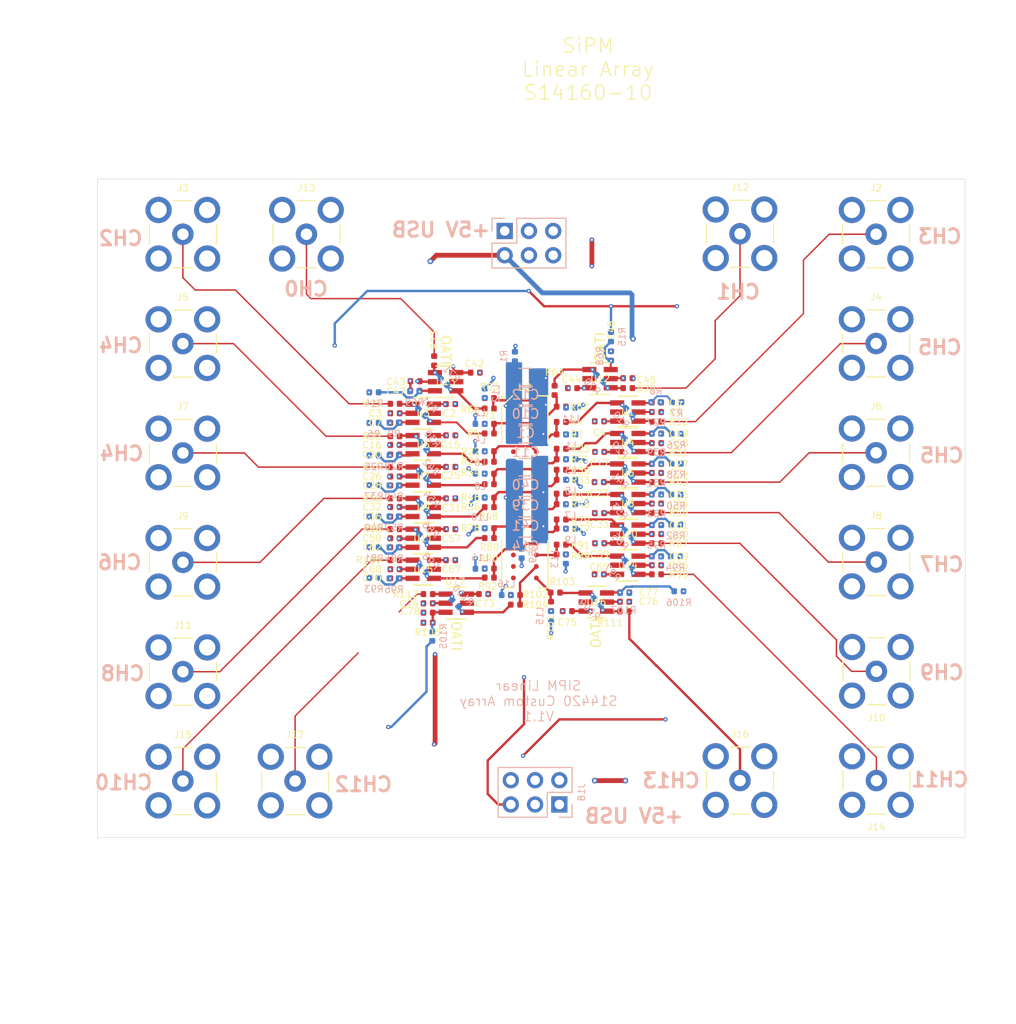
<source format=kicad_pcb>
(kicad_pcb (version 20211014) (generator pcbnew)
  (layers (0 "F.Cu" signal) (1 "In1.Cu" signal "GND") (2 "In2.Cu" signal "PWR") (31 "B.Cu" signal) (34 "B.Paste" user) (35 "F.Paste" user) (36 "B.SilkS" user "B.Silkscreen") (37 "F.SilkS" user "F.Silkscreen") (38 "B.Mask" user) (39 "F.Mask" user) (44 "Edge.Cuts" user))
  (net 0 "")
  (net 1 "GND")
  (net 2 "Net-(C7-Pad1)")
  (net 3 "VDDA")
  (net 4 "VSSA")
  (net 5 "Net-(L1-Pad1)")
  (net 6 "Net-(C6-Pad1)")
  (net 7 "Net-(L2-Pad1)")
  (net 8 "/VBias")
  (net 9 "LINE")
  (net 10 "Net-(C46-Pad1)")
  (net 11 "Net-(C47-Pad1)")
  (net 12 "Net-(J2-Pad1)")
  (net 13 "Net-(J3-Pad1)")
  (net 14 "Net-(J12-Pad1)")
  (net 15 "Net-(J13-Pad1)")
  (net 16 "Net-(L11-Pad1)")
  (net 17 "Net-(L12-Pad1)")
  (net 18 "/SipmPair1/IN2")
  (net 19 "/SipmPair1/IN1")
  (net 20 "/SipmPair/IN2")
  (net 21 "/SipmPair/IN1")
  (net 22 "Net-(C1-Pad1)")
  (net 23 "Net-(C19-Pad1)")
  (net 24 "Net-(C20-Pad1)")
  (net 25 "Net-(J4-Pad1)")
  (net 26 "Net-(J5-Pad1)")
  (net 27 "Net-(L3-Pad1)")
  (net 28 "Net-(L4-Pad1)")
  (net 29 "/SipmPair2/IN2")
  (net 30 "/SipmPair2/IN1")
  (net 31 "Net-(C27-Pad1)")
  (net 32 "Net-(C28-Pad1)")
  (net 33 "Net-(J6-Pad1)")
  (net 34 "Net-(J7-Pad1)")
  (net 35 "Net-(L5-Pad1)")
  (net 36 "Net-(L6-Pad1)")
  (net 37 "/SipmPair3/IN2")
  (net 38 "/SipmPair3/IN1")
  (net 39 "Net-(C14-Pad1)")
  (net 40 "Net-(C35-Pad1)")
  (net 41 "Net-(C36-Pad1)")
  (net 42 "Net-(J8-Pad1)")
  (net 43 "Net-(J9-Pad1)")
  (net 44 "Net-(L7-Pad1)")
  (net 45 "Net-(L8-Pad1)")
  (net 46 "/SipmPair4/IN2")
  (net 47 "/SipmPair4/IN1")
  (net 48 "Net-(C61-Pad1)")
  (net 49 "Net-(C62-Pad1)")
  (net 50 "Net-(J10-Pad1)")
  (net 51 "Net-(J11-Pad1)")
  (net 52 "Net-(L9-Pad1)")
  (net 53 "Net-(L10-Pad1)")
  (net 54 "/SipmPair5/IN2")
  (net 55 "/SipmPair5/IN1")
  (net 56 "Net-(C69-Pad1)")
  (net 57 "Net-(C70-Pad1)")
  (net 58 "Net-(J14-Pad1)")
  (net 59 "Net-(J15-Pad1)")
  (net 60 "Net-(L13-Pad1)")
  (net 61 "Net-(L14-Pad1)")
  (net 62 "/SipmPair6/IN2")
  (net 63 "/SipmPair6/IN1")
  (net 64 "Net-(C77-Pad1)")
  (net 65 "Net-(C78-Pad1)")
  (net 66 "Net-(J16-Pad1)")
  (net 67 "Net-(J17-Pad1)")
  (net 68 "Net-(L15-Pad1)")
  (net 69 "Net-(L16-Pad1)")
  (net 70 "/SipmPair7/IN2")
  (net 71 "/SipmPair7/IN1")
  (net 72 "/VBias2")
  (net 73 "/VSSA2")
  (net 74 "/VDDA2")
  (net 75 "/LINE2")
  (net 108 "Net-(R10-Pad1)")
  (net 109 "Net-(R11-Pad1)")
  (net 110 "Net-(R10-Pad2)")
  (net 111 "Net-(R11-Pad2)")
  (net 112 "Net-(R23-Pad2)")
  (net 113 "Net-(R24-Pad2)")
  (net 114 "Net-(R29-Pad2)")
  (net 115 "Net-(R30-Pad2)")
  (net 116 "Net-(R35-Pad2)")
  (net 117 "Net-(R36-Pad2)")
  (net 118 "Net-(R41-Pad2)")
  (net 119 "Net-(R42-Pad2)")
  (net 120 "Net-(R47-Pad2)")
  (net 121 "Net-(R48-Pad2)")
  (net 122 "Net-(R53-Pad2)")
  (net 123 "Net-(R54-Pad2)")
  (net 124 "Net-(R64-Pad2)")
  (net 125 "Net-(R65-Pad2)")
  (net 126 "Net-(R70-Pad2)")
  (net 127 "Net-(R71-Pad2)")
  (net 128 "Net-(R79-Pad2)")
  (net 129 "Net-(R80-Pad2)")
  (net 130 "Net-(R85-Pad2)")
  (net 131 "Net-(R86-Pad2)")
  (net 132 "Net-(R91-Pad2)")
  (net 133 "Net-(R92-Pad2)")
  (net 134 "Net-(R97-Pad2)")
  (net 135 "Net-(R100-Pad1)")
  (net 136 "Net-(R103-Pad2)")
  (net 137 "Net-(R104-Pad2)")
  (net 138 "Net-(R109-Pad2)")
  (net 139 "Net-(R110-Pad2)")
  (footprint "footprints:R_0402_1005Metric" (layer "F.Cu") (at 187.4 99.1)
    (fp_text reference "R35")
    (fp_text value "43")
  )
  (footprint "footprints:R_0402_1005Metric" (layer "F.Cu") (at 170 102.090002 180)
    (fp_text reference "R56")
    (fp_text value "50")
  )
  (footprint "footprints:R_0402_1005Metric" (layer "F.Cu") (at 170 108.55 180)
    (fp_text reference "R100")
    (fp_text value "50")
  )
  (footprint "footprints:R_0402_1005Metric" (layer "F.Cu") (at 187.4 95.4 180)
    (fp_text reference "R2")
    (fp_text value "6.3")
  )
  (footprint "footprints:R_0402_1005Metric" (layer "F.Cu") (at 179.875 109.425)
    (fp_text reference "R90")
    (fp_text value "6.3")
  )
  (footprint "Capacitor_SMD:C_0402_1005Metric" (layer "F.Cu") (at 197.3624 102.63)
    (fp_text reference "C34")
    (fp_text value "1u")
  )
  (footprint "footprints:SMB_Jack_Vertical" (layer "F.Cu") (at 160.74 74.47)
    (fp_text reference "J13")
    (fp_text value "Conn_Coaxial")
  )
  (footprint "footprints:OPA847IDBVT" (layer "F.Cu") (at 194.3624 96.25 180)
    (fp_text reference "U4")
    (fp_text value "OPA847IDBVT" hide)
  )
  (footprint "footprints:SMB_Jack_Vertical" (layer "F.Cu") (at 220.34 97.322)
    (fp_text reference "J6")
    (fp_text value "Conn_Coaxial")
  )
  (footprint "Capacitor_SMD:C_0402_1005Metric" (layer "F.Cu") (at 170 104 180)
    (fp_text reference "C36")
    (fp_text value "1u")
  )
  (footprint "footprints:SMB_Jack_Vertical" (layer "F.Cu") (at 220.35 108.748)
    (fp_text reference "J8")
    (fp_text value "Conn_Coaxial")
  )
  (footprint "footprints:R_0402_1005Metric" (layer "F.Cu") (at 187.4 105.25 180)
    (fp_text reference "R77")
    (fp_text value "6.3")
  )
  (footprint "footprints:R_0402_1005Metric" (layer "F.Cu") (at 197.3624 106.79)
    (fp_text reference "R87")
    (fp_text value "50")
  )
  (footprint "Capacitor_SMD:C_0402_1005Metric" (layer "F.Cu") (at 170 102.990002 180)
    (fp_text reference "C32")
    (fp_text value "1u")
  )
  (footprint "footprints:R_0402_1005Metric" (layer "F.Cu") (at 173.465 112.1 180)
    (fp_text reference "R112")
    (fp_text value "50")
  )
  (footprint "footprints:R_0402_1005Metric" (layer "F.Cu") (at 187.4 107.95 180)
    (fp_text reference "R89")
    (fp_text value "6.3")
  )
  (footprint "footprints:SMB_Jack_Vertical" (layer "F.Cu") (at 147.81 108.778)
    (fp_text reference "J9")
    (fp_text value "Conn_Coaxial")
  )
  (footprint "Capacitor_SMD:C_0402_1005Metric" (layer "F.Cu") (at 170 94.190002 180)
    (fp_text reference "C7")
    (fp_text value "1u")
  )
  (footprint "footprints:R_0402_1005Metric" (layer "F.Cu") (at 194.031001 113.9)
    (fp_text reference "R111")
    (fp_text value "50")
  )
  (footprint "footprints:R_0402_1005Metric" (layer "F.Cu") (at 179.875 95.3 180)
    (fp_text reference "R5")
    (fp_text value "43")
  )
  (footprint "footprints:OPA847IDBVT" (layer "F.Cu") (at 194.3624 105.83 180)
    (fp_text reference "U10")
    (fp_text value "OPA847IDBVT" hide)
  )
  (footprint "Capacitor_SMD:C_0402_1005Metric" (layer "F.Cu") (at 170 97.5 180)
    (fp_text reference "C20")
    (fp_text value "1u")
  )
  (footprint "footprints:OPA847IDBVT" (layer "F.Cu") (at 172.9548 93.190002)
    (fp_text reference "U3")
    (fp_text value "OPA847IDBVT" hide)
  )
  (footprint "Capacitor_SMD:C_0402_1005Metric" (layer "F.Cu") (at 172.1 90.84 180)
    (fp_text reference "C47")
    (fp_text value "1u")
  )
  (footprint "Capacitor_SMD:C_0402_1005Metric" (layer "F.Cu") (at 175.825 95.5)
    (fp_text reference "C15")
    (fp_text value "1u")
  )
  (footprint "footprints:R_0402_1005Metric" (layer "F.Cu") (at 179.875 106.24 180)
    (fp_text reference "R80")
    (fp_text value "43")
  )
  (footprint "Capacitor_SMD:C_0402_1005Metric" (layer "F.Cu") (at 192.6 87.185 90)
    (fp_text reference "C46")
    (fp_text value "1u")
  )
  (footprint "Capacitor_SMD:C_0402_1005Metric" (layer "F.Cu") (at 191.3574 100.39 180)
    (fp_text reference "C23")
    (fp_text value "1u")
  )
  (footprint "Capacitor_SMD:C_0402_1005Metric" (layer "F.Cu") (at 175.825 92.230002)
    (fp_text reference "C2")
    (fp_text value "1u")
  )
  (footprint "footprints:R_0402_1005Metric" (layer "F.Cu") (at 187.4 106.925)
    (fp_text reference "R91")
    (fp_text value "43")
  )
  (footprint "footprints:OPA847IDBVT" (layer "F.Cu") (at 172.9548 106.26)
    (fp_text reference "U11")
    (fp_text value "OPA847IDBVT" hide)
  )
  (footprint "footprints:R_0402_1005Metric" (layer "F.Cu") (at 170 92.2 180)
    (fp_text reference "R13")
    (fp_text value "50")
  )
  (footprint "footprints:R_0402_1005Metric" (layer "F.Cu") (at 197.3624 94.06)
    (fp_text reference "R12")
    (fp_text value "50")
  )
  (footprint "Capacitor_SMD:C_0402_1005Metric" (layer "F.Cu") (at 197.3624 92.06)
    (fp_text reference "C6")
    (fp_text value "1u")
  )
  (footprint "Capacitor_SMD:C_0402_1005Metric" (layer "F.Cu") (at 173.465 114.04 180)
    (fp_text reference "C78")
    (fp_text value "1u")
  )
  (footprint "footprints:OPA847IDBVT" (layer "F.Cu") (at 194.3624 109.08 180)
    (fp_text reference "U14")
    (fp_text value "OPA847IDBVT" hide)
  )
  (footprint "footprints:R_0402_1005Metric" (layer "F.Cu") (at 187.4 94.1)
    (fp_text reference "R4")
    (fp_text value "43")
  )
  (footprint "footprints:R_0402_1005Metric" (layer "F.Cu") (at 182.6 112.2)
    (fp_text reference "R102")
    (fp_text value "6.3")
  )
  (footprint "footprints:OPA847IDBVT" (layer "F.Cu") (at 172.9548 96.473335)
    (fp_text reference "U5")
    (fp_text value "OPA847IDBVT" hide)
  )
  (footprint "Capacitor_SMD:C_0402_1005Metric" (layer "F.Cu") (at 197.3624 96.31)
    (fp_text reference "C18")
    (fp_text value "1u")
  )
  (footprint "footprints:R_0402_1005Metric" (layer "F.Cu") (at 170 105.3 180)
    (fp_text reference "R88")
    (fp_text value "50")
  )
  (footprint "Capacitor_SMD:C_0402_1005Metric" (layer "F.Cu") (at 173.465 113.065 180)
    (fp_text reference "C74")
    (fp_text value "1u")
  )
  (footprint "footprints:R_0402_1005Metric" (layer "F.Cu") (at 194.357053 90.557053)
    (fp_text reference "R72")
    (fp_text value "50")
  )
  (footprint "footprints:SMB_Jack_Vertical" (layer "F.Cu") (at 220.34 74.47)
    (fp_text reference "J2")
    (fp_text value "Conn_Coaxial")
  )
  (footprint "footprints:OPA847IDBVT" (layer "F.Cu") (at 191.062401 112.93 180)
    (fp_text reference "U16")
    (fp_text value "OPA847IDBVT" hide)
  )
  (footprint "footprints:R_0402_1005Metric" (layer "F.Cu") (at 179.875 99.51)
    (fp_text reference "R34")
    (fp_text value "6.3")
  )
  (footprint "footprints:R_0402_1005Metric" (layer "F.Cu") (at 170 98.820002 180)
    (fp_text reference "R44")
    (fp_text value "50")
  )
  (footprint "Capacitor_SMD:C_0402_1005Metric" (layer "F.Cu") (at 197.3624 93.06)
    (fp_text reference "C5")
    (fp_text value "1u")
  )
  (footprint "footprints:R_0402_1005Metric" (layer "F.Cu") (at 186.781001 111.936)
    (fp_text reference "R103")
    (fp_text value "43")
  )
  (footprint "footprints:R_0402_1005Metric" (layer "F.Cu") (at 186.331001 113.376 90)
    (fp_text reference "R101")
    (fp_text value "6.3")
  )
  (footprint "footprints:R_0402_1005Metric" (layer "F.Cu") (at 187.4 100.15 180)
    (fp_text reference "R33")
    (fp_text value "6.3")
  )
  (footprint "footprints:OPA847IDBVT" (layer "F.Cu") (at 194.3624 93.06 180)
    (fp_text reference "U1")
    (fp_text value "OPA847IDBVT" hide)
  )
  (footprint "Capacitor_SMD:C_0402_1005Metric" (layer "F.Cu") (at 194.031001 111.926)
    (fp_text reference "C77")
    (fp_text value "1u")
  )
  (footprint "footprints:R_0402_1005Metric" (layer "F.Cu") (at 170 95.590002 180)
    (fp_text reference "R32")
    (fp_text value "50")
  )
  (footprint "Capacitor_SMD:C_0402_1005Metric" (layer "F.Cu") (at 188.567053 90.562053 180)
    (fp_text reference "C44")
    (fp_text value "1u")
  )
  (footprint "Capacitor_SMD:C_0402_1005Metric" (layer "F.Cu") (at 170 106.26 180)
    (fp_text reference "C58")
    (fp_text value "1u")
  )
  (footprint "footprints:SMB_Jack_Vertical" (layer "F.Cu") (at 147.81 85.906)
    (fp_text reference "J5")
    (fp_text value "Conn_Coaxial")
  )
  (footprint "Capacitor_SMD:C_0402_1005Metric" (layer "F.Cu") (at 170 93.186055 180)
    (fp_text reference "C3")
    (fp_text value "1u")
  )
  (footprint "Capacitor_SMD:C_0402_1005Metric" (layer "F.Cu") (at 197.3624 101.68)
    (fp_text reference "C35")
    (fp_text value "1u")
  )
  (footprint "MountingHole:MountingHole_6mm" (layer "F.Cu") (at 168.59 86.41)
    (fp_text reference "H3" hide)
    (fp_text value "MountingHole")
  )
  (footprint "footprints:R_0402_1005Metric" (layer "F.Cu") (at 179.875 91.6)
    (fp_text reference "R63")
    (fp_text value "6.3")
  )
  (footprint "Capacitor_SMD:C_0402_1005Metric" (layer "F.Cu") (at 175.825 98.8)
    (fp_text reference "C25")
    (fp_text value "1u")
  )
  (footprint "Capacitor_SMD:C_0402_1005Metric" (layer "F.Cu") (at 194.357053 89.522054)
    (fp_text reference "C45")
    (fp_text value "1u")
  )
  (footprint "footprints:R_0402_1005Metric" (layer "F.Cu") (at 179.875 100.61 180)
    (fp_text reference "R36")
    (fp_text value "43")
  )
  (footprint "Capacitor_SMD:C_0402_1005Metric" (layer "F.Cu") (at 197.3624 108.155)
    (fp_text reference "C69")
    (fp_text value "1u")
  )
  (footprint "Capacitor_SMD:C_0402_1005Metric" (layer "F.Cu") (at 170 110.45 180)
    (fp_text reference "C70")
    (fp_text value "1u")
  )
  (footprint "footprints:SMB_Jack_Vertical" (layer "F.Cu") (at 147.81 74.47)
    (fp_text reference "J3")
    (fp_text value "Conn_Coaxial")
  )
  (footprint "footprints:OPA847IDBVT" (layer "F.Cu") (at 191.457053 89.572053 180)
    (fp_text reference "U12")
    (fp_text value "OPA847IDBVT" hide)
  )
  (footprint "Capacitor_SMD:C_0402_1005Metric" (layer "F.Cu") (at 197.3624 105.82)
    (fp_text reference "C60")
    (fp_text value "1u")
  )
  (footprint "footprints:R_0402_1005Metric" (layer "F.Cu") (at 182.6 113.2 180)
    (fp_text reference "R104")
    (fp_text value "43")
  )
  (footprint "Capacitor_SMD:C_0402_1005Metric" (layer "F.Cu") (at 170 96.5 180)
    (fp_text reference "C16")
    (fp_text value "1u")
  )
  (footprint "footprints:R_0402_1005Metric" (layer "F.Cu") (at 179.875 110.375 180)
    (fp_text reference "R92")
    (fp_text value "43")
  )
  (footprint "Capacitor_SMD:C_0402_1005Metric" (layer "F.Cu") (at 191.3624 110.03 180)
    (fp_text reference "C65")
    (fp_text value "1u")
  )
  (footprint "footprints:OPA847IDBVT" (layer "F.Cu") (at 176.415 113.05)
    (fp_text reference "U17")
    (fp_text value "OPA847IDBVT" hide)
  )
  (footprint "footprints:R_0402_1005Metric" (layer "F.Cu") (at 187.4 101.6)
    (fp_text reference "R47")
    (fp_text value "43")
  )
  (footprint "footprints:OPA847IDBVT" (layer "F.Cu") (at 175.3 89.89)
    (fp_text reference "U13")
    (fp_text value "OPA847IDBVT" hide)
  )
  (footprint "Capacitor_SMD:C_0402_1005Metric" (layer "F.Cu") (at 191.4074 97.23 180)
    (fp_text reference "C17")
    (fp_text value "1u")
  )
  (footprint "footprints:SMB_Jack_Vertical" (layer "F.Cu") (at 220.37 120.174 180)
    (fp_text reference "J10")
    (fp_text value "Conn_Coaxial")
  )
  (footprint "Capacitor_SMD:C_0402_1005Metric" (layer "F.Cu") (at 179.272 112.09)
    (fp_text reference "C73")
    (fp_text value "1u")
  )
  (footprint "footprints:R_0402_1005Metric" (layer "F.Cu") (at 179.875 105.21)
    (fp_text reference "R78")
    (fp_text value "6.3")
  )
  (footprint "Capacitor_SMD:C_0402_1005Metric" (layer "F.Cu") (at 197.3624 95.31)
    (fp_text reference "C19")
    (fp_text value "1u")
  )
  (footprint "footprints:SMB_Jack_Vertical" (layer "F.Cu") (at 220.34 85.896)
    (fp_text reference "J4")
    (fp_text value "Conn_Coaxial")
  )
  (footprint "footprints:R_0402_1005Metric" (layer "F.Cu") (at 187.4 92.5 180)
    (fp_text reference "R62")
    (fp_text value "6.3")
  )
  (footprint "Capacitor_SMD:C_0402_1005Metric" (layer "F.Cu") (at 170 99.8 180)
    (fp_text reference "C26")
    (fp_text value "1u")
  )
  (footprint "footprints:OPA847IDBVT" (layer "F.Cu") (at 194.3624 102.63 180)
    (fp_text reference "U8")
    (fp_text value "OPA847IDBVT" hide)
  )
  (footprint "Capacitor_SMD:C_0402_1005Metric" (layer "F.Cu") (at 197.3624 109.08)
    (fp_text reference "C66")
    (fp_text value "1u")
  )
  (footprint "S13615-1025:AF210729-S14160-x16" (layer "F.Cu") (at 183.59 101.41)
    (fp_text reference "U2")
    (fp_text value "S15643")
  )
  (footprint "footprints:R_0402_1005Metric" (layer "F.Cu") (at 187.4 96.9)
    (fp_text reference "R23")
    (fp_text value "43")
  )
  (footprint "MountingHole:MountingHole_6mm" (layer "F.Cu") (at 198.59 116.41)
    (fp_text reference "H4" hide)
    (fp_text value "MountingHole")
  )
  (footprint "footprints:SMB_Jack_Vertical" (layer "F.Cu") (at 206.1 131.6)
    (fp_text reference "J16")
    (fp_text value "Conn_Coaxial")
  )
  (footprint "Capacitor_SMD:C_0402_1005Metric" (layer "F.Cu") (at 175.825 105.31)
    (fp_text reference "C57")
    (fp_text value "1u")
  )
  (footprint "footprints:OPA847IDBVT" (layer "F.Cu") (at 172.9548 103.040001)
    (fp_text reference "U9")
    (fp_text value "OPA847IDBVT" hide)
  )
  (footprint "Capacitor_SMD:C_0402_1005Metric" (layer "F.Cu") (at 197.3624 98.49)
    (fp_text reference "C27")
    (fp_text value "1u")
  )
  (footprint "footprints:SMB_Jack_Vertical" (layer "F.Cu") (at 147.81 120.214)
    (fp_text reference "J11")
    (fp_text value "Conn_Coaxial")
  )
  (footprint "footprints:SMB_Jack_Vertical" (layer "F.Cu") (at 220.37 131.6 180)
    (fp_text reference "J14")
    (fp_text value "Conn_Coaxial")
  )
  (footprint "MountingHole:MountingHole_6mm" (layer "F.Cu") (at 168.59 116.41)
    (fp_text reference "H2" hide)
    (fp_text value "MountingHole")
  )
  (footprint "Capacitor_SMD:C_0402_1005Metric" (layer "F.Cu") (at 197.3624 99.43)
    (fp_text reference "C24")
    (fp_text value "1u")
  )
  (footprint "footprints:R_0402_1005Metric" (layer "F.Cu") (at 173.465 115.09)
    (fp_text reference "R108")
    (fp_text value "68")
  )
  (footprint "footprints:SMB_Jack_Vertical" (layer "F.Cu") (at 159.55 131.65)
    (fp_text reference "J17")
    (fp_text value "Conn_Coaxial")
  )
  (footprint "Capacitor_SMD:C_0402_1005Metric" (layer "F.Cu") (at 197.3624 104.88)
    (fp_text reference "C61")
    (fp_text value "1u")
  )
  (footprint "Capacitor_SMD:C_0402_1005Metric" (layer "F.Cu") (at 175.825 102.090002)
    (fp_text reference "C31")
    (fp_text value "1u")
  )
  (footprint "footprints:R_0402_1005Metric" (layer "F.Cu") (at 186.7 90.8 90)
    (fp_text reference "R64")
    (fp_text value "43")
  )
  (footprint "footprints:R_0402_1005Metric" (layer "F.Cu") (at 179.875 103.01 180)
    (fp_text reference "R48")
    (fp_text value "43")
  )
  (footprint "Capacitor_SMD:C_0402_1005Metric" (layer "F.Cu") (at 194.031001 112.9)
    (fp_text reference "C76")
    (fp_text value "1u")
  )
  (footprint "Capacitor_SMD:C_0402_1005Metric" (layer "F.Cu") (at 178.4 88.94)
    (fp_text reference "C42")
    (fp_text value "1u")
  )
  (footprint "footprints:SMB_Jack_Vertical" (layer "F.Cu") (at 206.1 74.42)
    (fp_text reference "J12")
    (fp_text value "Conn_Coaxial")
  )
  (footprint "MountingHole:MountingHole_6mm" (layer "F.Cu") (at 198.59 86.41)
    (fp_text reference "H1" hide)
    (fp_text value "MountingHole")
  )
  (footprint "Capacitor_SMD:C_0402_1005Metric" (layer "F.Cu") (at 170 100.740002 180)
    (fp_text reference "C28")
    (fp_text value "1u")
  )
  (footprint "footprints:R_0402_1005Metric" (layer "F.Cu") (at 197.3624 103.58)
    (fp_text reference "R55")
    (fp_text value "50")
  )
  (footprint "footprints:R_0402_1005Metric" (layer "F.Cu") (at 197.3624 100.39)
    (fp_text reference "R43")
    (fp_text value "50")
  )
  (footprint "footprints:SMB_Jack_Vertical" (layer "F.Cu") (at 147.81 131.65)
    (fp_text reference "J15")
    (fp_text value "Conn_Coaxial")
  )
  (footprint "Capacitor_SMD:C_0402_1005Metric" (layer "F.Cu") (at 172.1 89.84 180)
    (fp_text reference "C43")
    (fp_text value "1u")
  )
  (footprint "footprints:R_0402_1005Metric" (layer "F.Cu") (at 174.1 87.7 90)
    (fp_text reference "R73")
    (fp_text value "50")
  )
  (footprint "Capacitor_SMD:C_0402_1005Metric" (layer "F.Cu") (at 191.3874 94.03 180)
    (fp_text reference "C4")
    (fp_text value "1u")
  )
  (footprint "footprints:R_0402_1005Metric" (layer "F.Cu") (at 187.4 102.7 180)
    (fp_text reference "R45")
    (fp_text value "6.3")
  )
  (footprint "footprints:R_0402_1005Metric" (layer "F.Cu") (at 187.4 104.3)
    (fp_text reference "R79")
    (fp_text value "43")
  )
  (footprint "Capacitor_SMD:C_0402_1005Metric" (layer "F.Cu") (at 170 109.5 180)
    (fp_text reference "C68")
    (fp_text value "1u")
  )
  (footprint "footprints:R_0402_1005Metric" (layer "F.Cu") (at 179.875 97.16)
    (fp_text reference "R22")
    (fp_text value "6.3")
  )
  (footprint "footprints:OPA847IDBVT" (layer "F.Cu") (at 172.9548 99.756668)
    (fp_text reference "U7")
    (fp_text value "OPA847IDBVT" hide)
  )
  (footprint "footprints:OPA847IDBVT" (layer "F.Cu") (at 172.9548 109.5)
    (fp_text reference "U15")
    (fp_text value "OPA847IDBVT" hide)
  )
  (footprint "footprints:R_0402_1005Metric" (layer "F.Cu") (at 179.875 92.7 180)
    (fp_text reference "R65")
    (fp_text value "43")
  )
  (footprint "footprints:R_0402_1005Metric" (layer "F.Cu") (at 179.875 94.3)
    (fp_text reference "R3")
    (fp_text value "6.3")
  )
  (footprint "footprints:SMB_Jack_Vertical" (layer "F.Cu") (at 147.81 97.342)
    (fp_text reference "J7")
    (fp_text value "Conn_Coaxial")
  )
  (footprint "Capacitor_SMD:C_0402_1005Metric" (layer "F.Cu") (at 170 107.21 180)
    (fp_text reference "C62")
    (fp_text value "1u")
  )
  (footprint "footprints:OPA847IDBVT" (layer "F.Cu") (at 194.3624 99.44 180)
    (fp_text reference "U6")
    (fp_text value "OPA847IDBVT" hide)
  )
  (footprint "Capacitor_SMD:C_0402_1005Metric" (layer "F.Cu") (at 188.031001 113.876 180)
    (fp_text reference "C75")
    (fp_text value "1u")
  )
  (footprint "Capacitor_SMD:C_0402_1005Metric" (layer "F.Cu") (at 175.825 108.55)
    (fp_text reference "C67")
    (fp_text value "1u")
  )
  (footprint "footprints:R_0402_1005Metric" (layer "F.Cu") (at 187.4 98 180)
    (fp_text reference "R21")
    (fp_text value "6.3")
  )
  (footprint "footprints:R_0402_1005Metric" (layer "F.Cu") (at 179.875 98.26 180)
    (fp_text reference "R24")
    (fp_text value "43")
  )
  (footprint "footprints:R_0402_1005Metric" (layer "F.Cu") (at 179.875 102.01)
    (fp_text reference "R46")
    (fp_text value "6.3")
  )
  (footprint "Capacitor_SMD:C_0402_1005Metric" (layer "F.Cu") (at 191.4074 106.78 180)
    (fp_text reference "C59")
    (fp_text value "1u")
  )
  (footprint "footprints:R_0402_1005Metric" (layer "F.Cu") (at 197.3624 97.31)
    (fp_text reference "R31")
    (fp_text value "50")
  )
  (footprint "footprints:R_0402_1005Metric" (layer "F.Cu") (at 197.3624 110.03)
    (fp_text reference "R99")
    (fp_text value "50")
  )
  (footprint "Capacitor_SMD:C_0402_1005Metric" (layer "F.Cu") (at 191.3874 103.63 180)
    (fp_text reference "C33")
    (fp_text value "1u")
  )
  (footprint "footprints:C_0402_1005Metric" (layer "B.Cu") (at 187.88 108.43 -90)
    (fp_text reference "L13")
    (fp_text value "0.090uH")
  )
  (footprint "footprints:R_0402_1005Metric" (layer "B.Cu") (at 182.55 87.25 -90)
    (fp_text reference "R1")
    (fp_text value "10")
  )
  (footprint "footprints:R_0402_1005Metric" (layer "B.Cu") (at 199.4374 98.455)
    (fp_text reference "R38")
    (fp_text value "5000")
  )
  (footprint "footprints:R_0402_1005Metric" (layer "B.Cu") (at 199.4874 92.03)
    (fp_text reference "R7")
    (fp_text value "5000")
  )
  (footprint "footprints:R_0402_1005Metric" (layer "B.Cu") (at 167.8 107.2)
    (fp_text reference "R81")
    (fp_text value "5000")
  )
  (footprint "footprints:R_0402_1005Metric" (layer "B.Cu") (at 167.8 97.6)
    (fp_text reference "R25")
    (fp_text value "5000")
  )
  (footprint "footprints:R_0402_1005Metric" (layer "B.Cu") (at 167.8 104)
    (fp_text reference "R49")
    (fp_text value "5000")
  )
  (footprint "footprints:R_0402_1005Metric" (layer "B.Cu") (at 191.457053 89.557053 -45)
    (fp_text reference "R70")
    (fp_text value "1.5k")
  )
  (footprint "footprints:R_0402_1005Metric" (layer "B.Cu") (at 199.32 108.15)
    (fp_text reference "R94")
    (fp_text value "5000")
  )
  (footprint "footprints:C_0402_1005Metric" (layer "B.Cu") (at 186.331001 114.376 -90)
    (fp_text reference "L15")
    (fp_text value "0.090uH")
  )
  (footprint "footprints:R_0402_1005Metric" (layer "B.Cu") (at 169.9 103.980002)
    (fp_text reference "R52")
    (fp_text value "68")
  )
  (footprint "footprints:C_0402_1005Metric" (layer "B.Cu") (at 188.4 98)
    (fp_text reference "L3")
    (fp_text value "0.090uH")
  )
  (footprint "footprints:R_0402_1005Metric" (layer "B.Cu") (at 183.25 107.85 90)
    (fp_text reference "R59")
    (fp_text value "10")
  )
  (footprint "footprints:R_0402_1005Metric" (layer "B.Cu") (at 197.38 104.88 180)
    (fp_text reference "R83")
    (fp_text value "68")
  )
  (footprint "footprints:R_0402_1005Metric" (layer "B.Cu") (at 172.957053 99.657053 135)
    (fp_text reference "R42")
    (fp_text value "1.5k")
  )
  (footprint "footprints:R_0402_1005Metric" (layer "B.Cu") (at 197.3624 95.33 180)
    (fp_text reference "R27")
    (fp_text value "68")
  )
  (footprint "footprints:R_0402_1005Metric" (layer "B.Cu") (at 192.6 85.2 90)
    (fp_text reference "R15")
    (fp_text value "5000")
  )
  (footprint "footprints:R_0402_1005Metric" (layer "B.Cu") (at 194.3874 105.78 -45)
    (fp_text reference "R85")
    (fp_text value "1.5k")
  )
  (footprint "footprints:R_0402_1005Metric" (layer "B.Cu") (at 194.4874 93.03 -45)
    (fp_text reference "R10")
    (fp_text value "1.5k")
  )
  (footprint "footprints:C_0402_1005Metric" (layer "B.Cu") (at 179.4 91.1 90)
    (fp_text reference "L12")
    (fp_text value "0.090uH")
  )
  (footprint "Capacitor_SMD:C_1206_3216Metric" (layer "B.Cu") (at 183.6625 93.4)
    (fp_text reference "C1")
    (fp_text value "1u")
  )
  (footprint "footprints:C_0402_1005Metric" (layer "B.Cu") (at 178.9 102 180)
    (fp_text reference "L8")
    (fp_text value "0.090uH")
  )
  (footprint "Capacitor_SMD:C_1206_3216Metric" (layer "B.Cu") (at 183.6625 98.833334)
    (fp_text reference "C40")
    (fp_text value "1u")
  )
  (footprint "footprints:C_0402_1005Metric" (layer "B.Cu") (at 188.37 105.26)
    (fp_text reference "L9")
    (fp_text value "0.090uH")
  )
  (footprint "footprints:R_0402_1005Metric" (layer "B.Cu") (at 167.8 94.2)
    (fp_text reference "R6")
    (fp_text value "5000")
  )
  (footprint "footprints:R_0402_1005Metric" (layer "B.Cu") (at 194.3874 99.43 -45)
    (fp_text reference "R41")
    (fp_text value "1.5k")
  )
  (footprint "footprints:R_0402_1005Metric" (layer "B.Cu") (at 173 96.6 130)
    (fp_text reference "R30")
    (fp_text value "1.5k")
  )
  (footprint "footprints:R_0402_1005Metric" (layer "B.Cu") (at 175.1 89.9 135)
    (fp_text reference "R71")
    (fp_text value "1.5k")
  )
  (footprint "Capacitor_SMD:C_1206_3216Metric" (layer "B.Cu") (at 183.6625 105.233334)
    (fp_text reference "C14")
    (fp_text value "1u")
  )
  (footprint "footprints:C_0402_1005Metric" (layer "B.Cu") (at 181.65 112.2 180)
    (fp_text reference "L16")
    (fp_text value "0.090uH")
  )
  (footprint "footprints:R_0402_1005Metric" (layer "B.Cu") (at 169.9 97.565002)
    (fp_text reference "R28")
    (fp_text value "68")
  )
  (footprint "footprints:C_0402_1005Metric" (layer "B.Cu") (at 188.4 95.4)
    (fp_text reference "L1")
    (fp_text value "0.090uH")
  )
  (footprint "Capacitor_SMD:C_1206_3216Metric" (layer "B.Cu") (at 183.6625 103.1)
    (fp_text reference "C41")
    (fp_text value "1u")
  )
  (footprint "footprints:C_0402_1005Metric" (layer "B.Cu") (at 188.39 100.15)
    (fp_text reference "L5")
    (fp_text value "0.090uH")
  )
  (footprint "footprints:R_0402_1005Metric" (layer "B.Cu") (at 172.9 106.2 135)
    (fp_text reference "R86")
    (fp_text value "1.5k")
  )
  (footprint "footprints:R_0402_1005Metric" (layer "B.Cu") (at 176.315 113.05 135)
    (fp_text reference "R110")
    (fp_text value "1.5k")
  )
  (footprint "footprints:R_0402_1005Metric" (layer "B.Cu") (at 167.8 110.4)
    (fp_text reference "R93")
    (fp_text value "5000")
  )
  (footprint "footprints:C_0402_1005Metric" (layer "B.Cu") (at 178.9 94.3 180)
    (fp_text reference "L2")
    (fp_text value "0.090uH")
  )
  (footprint "footprints:R_0402_1005Metric" (layer "B.Cu") (at 197.3624 98.455 180)
    (fp_text reference "R39")
    (fp_text value "68")
  )
  (footprint "footprints:R_0402_1005Metric" (layer "B.Cu") (at 169.9 110.45)
    (fp_text reference "R96")
    (fp_text value "68")
  )
  (footprint "footprints:C_0402_1005Metric" (layer "B.Cu") (at 188.36 102.71)
    (fp_text reference "L7")
    (fp_text value "0.090uH")
  )
  (footprint "footprints:R_0402_1005Metric" (layer "B.Cu") (at 197.2874 92.03 180)
    (fp_text reference "R8")
    (fp_text value "68")
  )
  (footprint "footprints:R_0402_1005Metric" (layer "B.Cu") (at 197.36 108.15 180)
    (fp_text reference "R95")
    (fp_text value "68")
  )
  (footprint "footprints:C_0402_1005Metric" (layer "B.Cu") (at 188.38 92.6)
    (fp_text reference "L11")
    (fp_text value "0.090uH")
  )
  (footprint "footprints:R_0402_1005Metric" (layer "B.Cu") (at 172.05 90.89)
    (fp_text reference "R69")
    (fp_text value "68")
  )
  (footprint "footprints:R_0402_1005Metric" (layer "B.Cu") (at 169.9 107.21)
    (fp_text reference "R84")
    (fp_text value "68")
  )
  (footprint "footprints:C_0402_1005Metric" (layer "B.Cu") (at 178.9 105.22 180)
    (fp_text reference "L10")
    (fp_text value "0.090uH")
  )
  (footprint "footprints:PinHeader_2x03_P2.54mm_Vertical" (layer "B.Cu") (at 187.2 134.1 90)
    (fp_text reference "J18")
    (fp_text value "SSQ-103-01-G-D")
  )
  (footprint "Capacitor_SMD:C_1206_3216Metric" (layer "B.Cu") (at 183.6625 89.4)
    (fp_text reference "C12")
    (fp_text value "1u")
  )
  (footprint "footprints:R_0402_1005Metric" (layer "B.Cu") (at 194.3374 96.18 -45)
    (fp_text reference "R29")
    (fp_text value "1.5k")
  )
  (footprint "footprints:R_0402_1005Metric" (layer "B.Cu") (at 194.3374 102.63 -45)
    (fp_text reference "R53")
    (fp_text value "1.5k")
  )
  (footprint "Capacitor_SMD:C_1206_3216Metric" (layer "B.Cu") (at 183.6625 95.4)
    (fp_text reference "C11")
    (fp_text value "1u")
  )
  (footprint "footprints:PinHeader_2x03_P2.54mm_Vertical" (layer "B.Cu") (at 181.475 74.125 -90)
    (fp_text reference "J1" hide)
    (fp_text value "SSQ-103-01-G-D")
  )
  (footprint "footprints:R_0402_1005Metric" (layer "B.Cu") (at 167.8 100.7)
    (fp_text reference "R37")
    (fp_text value "5000")
  )
  (footprint "footprints:R_0402_1005Metric" (layer "B.Cu") (at 169.9 94.165002)
    (fp_text reference "R9")
    (fp_text value "68")
  )
  (footprint "footprints:R_0402_1005Metric" (layer "B.Cu") (at 173 103 135)
    (fp_text reference "R54")
    (fp_text value "1.5k")
  )
  (footprint "footprints:C_0402_1005Metric" (layer "B.Cu") (at 178.9 97.16 180)
    (fp_text reference "L4")
    (fp_text value "0.090uH")
  )
  (footprint "footprints:R_0402_1005Metric" (layer "B.Cu") (at 167.8 91)
    (fp_text reference "R14")
    (fp_text value "5000")
  )
  (footprint "Capacitor_SMD:C_1206_3216Metric" (layer "B.Cu") (at 183.6625 91.4)
    (fp_text reference "C10")
    (fp_text value "1u")
  )
  (footprint "footprints:R_0402_1005Metric" (layer "B.Cu") (at 172.8 93.1 135)
    (fp_text reference "R11")
    (fp_text value "1.5k")
  )
  (footprint "Capacitor_SMD:C_1206_3216Metric" (layer "B.Cu") (at 183.6625 100.966667)
    (fp_text reference "C39")
    (fp_text value "1u")
  )
  (footprint "footprints:R_0402_1005Metric" (layer "B.Cu") (at 191.175001 112.9 -45)
    (fp_text reference "R109")
    (fp_text value "1.5k")
  )
  (footprint "footprints:R_0402_1005Metric" (layer "B.Cu") (at 194.031001 111.976 180)
    (fp_text reference "R107")
    (fp_text value "68")
  )
  (footprint "footprints:C_0402_1005Metric" (layer "B.Cu") (at 178.9 109.45 180)
    (fp_text reference "L14")
    (fp_text value "0.090uH")
  )
  (footprint "footprints:R_0402_1005Metric" (layer "B.Cu") (at 197.3574 101.67 180)
    (fp_text reference "R51")
    (fp_text value "68")
  )
  (footprint "footprints:R_0402_1005Metric" (layer "B.Cu") (at 199.7 111.8)
    (fp_text reference "R106")
    (fp_text value "5000")
  )
  (footprint "footprints:R_0402_1005Metric" (layer "B.Cu") (at 199.38 104.82)
    (fp_text reference "R82")
    (fp_text value "5000")
  )
  (footprint "footprints:R_0402_1005Metric" (layer "B.Cu") (at 194.4374 108.98 -45)
    (fp_text reference "R97")
    (fp_text value "1.5k")
  )
  (footprint "footprints:R_0402_1005Metric" (layer "B.Cu") (at 169.9 100.730002)
    (fp_text reference "R40")
    (fp_text value "68")
  )
  (footprint "footprints:R_0402_1005Metric" (layer "B.Cu") (at 173.9 116.5 90)
    (fp_text reference "R105")
    (fp_text value "5000")
  )
  (footprint "footprints:R_0402_1005Metric" (layer "B.Cu") (at 172.9 109.5 135)
    (fp_text reference "R98")
    (fp_text value "1.5k")
  )
  (footprint "footprints:R_0402_1005Metric" (layer "B.Cu") (at 199.4074 101.7)
    (fp_text reference "R50")
    (fp_text value "5000")
  )
  (footprint "footprints:R_0402_1005Metric" (layer "B.Cu") (at 199.4374 95.355)
    (fp_text reference "R26")
    (fp_text value "5000")
  )
  (footprint "footprints:R_0402_1005Metric" (layer "B.Cu") (at 192.6 87.2 -90)
    (fp_text reference "R68")
    (fp_text value "68")
  )
  (footprint "footprints:C_0402_1005Metric" (layer "B.Cu") (at 178.9 99.5 180)
    (fp_text reference "L6")
    (fp_text value "0.090uH")
  )
  (gr_rect (start 138.875 68.7) (end 229.65 137.55) (layer "Edge.Cuts") (width 0.05) (fill none))
  (gr_text "+5V USB" (at 195 135.3) (layer "B.SilkS") (effects (font (size 1.5 1.5) (thickness 0.3)) (justify mirror)))
  (gr_text "CH12" (at 166.7 132) (layer "B.SilkS") (effects (font (size 1.5 1.5) (thickness 0.3)) (justify mirror)))
  (gr_text "CH2" (at 141.3 74.9) (layer "B.SilkS") (effects (font (size 1.5 1.5) (thickness 0.3)) (justify mirror)))
  (gr_text "CH7" (at 227.2 109) (layer "B.SilkS") (effects (font (size 1.5 1.5) (thickness 0.3)) (justify mirror)))
  (gr_text "CH8" (at 141.5 120.4) (layer "B.SilkS") (effects (font (size 1.5 1.5) (thickness 0.3)) (justify mirror)))
  (gr_text "CH11" (at 227 131.5) (layer "B.SilkS") (effects (font (size 1.5 1.5) (thickness 0.3)) (justify mirror)))
  (gr_text "SIPM Linear\nS14420 Custom Array\nV1.1" (at 185.022 123.292) (layer "B.SilkS") (effects (font (size 1 1) (thickness 0.11)) (justify mirror)))
  (gr_text "CH10" (at 141.6 131.8) (layer "B.SilkS") (effects (font (size 1.5 1.5) (thickness 0.3)) (justify mirror)))
  (gr_text "CH13" (at 198.9 131.6) (layer "B.SilkS") (effects (font (size 1.5 1.5) (thickness 0.3)) (justify mirror)))
  (gr_text "CH9" (at 227.2 120.3) (layer "B.SilkS") (effects (font (size 1.5 1.5) (thickness 0.3)) (justify mirror)))
  (gr_text "CH1" (at 205.9 80.5) (layer "B.SilkS") (effects (font (size 1.5 1.5) (thickness 0.3)) (justify mirror)))
  (gr_text "CH5" (at 227 86.3) (layer "B.SilkS") (effects (font (size 1.5 1.5) (thickness 0.3)) (justify mirror)))
  (gr_text "CH3" (at 227 74.7) (layer "B.SilkS") (effects (font (size 1.5 1.5) (thickness 0.3)) (justify mirror)))
  (gr_text "CH4" (at 141.4 97.4) (layer "B.SilkS") (effects (font (size 1.5 1.5) (thickness 0.3)) (justify mirror)))
  (gr_text "CH6" (at 141.197647 108.785582) (layer "B.SilkS") (effects (font (size 1.5 1.5) (thickness 0.3)) (justify mirror)))
  (gr_text "CH0" (at 160.7 80.2) (layer "B.SilkS") (effects (font (size 1.5 1.5) (thickness 0.3)) (justify mirror)))
  (gr_text "CH5" (at 227.2 97.6) (layer "B.SilkS") (effects (font (size 1.5 1.5) (thickness 0.3)) (justify mirror)))
  (gr_text "+5V USB" (at 174.8 74) (layer "B.SilkS") (effects (font (size 1.5 1.5) (thickness 0.3)) (justify mirror)))
  (gr_text "CH4" (at 141.3 86.1) (layer "B.SilkS") (effects (font (size 1.5 1.5) (thickness 0.3)) (justify mirror)))
  (gr_text "SiPM\nLinear Array\nS14160-10\n" (at 190.2 57.2) (layer "F.SilkS") (effects (font (size 1.524 1.524) (thickness 0.127))))
  (segment (start 171.615 90.785) (end 171.615 89.84) (width 0.25) (layer "F.Cu") (net 1))
  (via (at 190.9374 97.255) (size 0.45) (drill 0.2) (layers "F.Cu" "B.Cu") (net 1))
  (via (at 176.3 102) (size 0.45) (drill 0.2) (layers "F.Cu" "B.Cu") (net 1))
  (via (at 192.6 86.7) (size 0.45) (drill 0.2) (layers "F.Cu" "B.Cu") (net 1))
  (via (at 178.4 93.4) (size 0.45) (drill 0.2) (layers "F.Cu" "B.Cu") (net 1))
  (via (at 197.8 92.03) (size 0.45) (drill 0.2) (layers "F.Cu" "B.Cu") (net 1))
  (via (at 172.99 114.04) (size 0.45) (drill 0.2) (layers "F.Cu" "B.Cu") (net 1))
  (via (at 185.53 105.004) (size 0.45) (drill 0.2) (layers "F.Cu" "B.Cu") (net 1))
  (via (at 178.45 108.35) (size 0.45) (drill 0.2) (layers "F.Cu" "B.Cu") (net 1))
  (via (at 190.86 110.08) (size 0.45) (drill 0.2) (layers "F.Cu" "B.Cu") (net 1))
  (via (at 169.5 100.7) (size 0.45) (drill 0.2) (layers "F.Cu" "B.Cu") (net 1))
  (via (at 169.5 97.6) (size 0.45) (drill 0.2) (layers "F.Cu" "B.Cu") (net 1))
  (via (at 190.8974 103.63) (size 0.45) (drill 0.2) (layers "F.Cu" "B.Cu") (net 1))
  (via (at 177.7 105.85) (size 0.45) (drill 0.2) (layers "F.Cu" "B.Cu") (net 1))
  (via (at 194.5 112.9) (size 0.45) (drill 0.2) (layers "F.Cu" "B.Cu") (net 1))
  (via (at 169.5 109.5) (size 0.45) (drill 0.2) (layers "F.Cu" "B.Cu") (net 1))
  (via (at 185.784 92.304) (size 0.45) (drill 0.2) (layers "F.Cu" "B.Cu") (net 1))
  (via (at 186.331001 116.176) (size 0.45) (drill 0.2) (layers "F.Cu" "B.Cu") (net 1))
  (via (at 197.8374 102.68) (size 0.45) (drill 0.2) (layers "F.Cu" "B.Cu") (net 1))
  (via (at 181.6 111.25) (size 0.45) (drill 0.2) (layers "F.Cu" "B.Cu") (net 1))
  (via (at 185.784 89.51) (size 0.45) (drill 0.2) (layers "F.Cu" "B.Cu") (net 1))
  (via (at 189.42 100.88) (size 0.45) (drill 0.2) (layers "F.Cu" "B.Cu") (net 1))
  (via (at 185.53 95.352) (size 0.45) (drill 0.2) (layers "F.Cu" "B.Cu") (net 1))
  (via (at 180.3 89.5) (size 0.45) (drill 0.2) (layers "F.Cu" "B.Cu") (net 1))
  (via (at 169.5 107.2) (size 0.45) (drill 0.2) (layers "F.Cu" "B.Cu") (net 1))
  (via (at 197.8874 101.755) (size 0.45) (drill 0.2) (layers "F.Cu" "B.Cu") (net 1))
  (via (at 169.4 106.3) (size 0.45) (drill 0.2) (layers "F.Cu" "B.Cu") (net 1))
  (via (at 187.85 109.73) (size 0.45) (drill 0.2) (layers "F.Cu" "B.Cu") (net 1))
  (via (at 189.94 98.23) (size 0.45) (drill 0.2) (layers "F.Cu" "B.Cu") (net 1))
  (via (at 172.94 113.09) (size 0.45) (drill 0.2) (layers "F.Cu" "B.Cu") (net 1))
  (via (at 178.885 88.94) (size 0.45) (drill 0.2) (layers "F.Cu" "B.Cu") (net 1))
  (via (at 178.4 96.1) (size 0.45) (drill 0.2) (layers "F.Cu" "B.Cu") (net 1))
  (via (at 197.7874 95.33) (size 0.45) (drill 0.2) (layers "F.Cu" "B.Cu") (net 1))
  (via (at 190.05 102.42) (size 0.45) (drill 0.2) (layers "F.Cu" "B.Cu") (net 1))
  (via (at 185.53 101.448) (size 0.45) (drill 0.2) (layers "F.Cu" "B.Cu") (net 1))
  (via (at 169.5 104) (size 0.45) (drill 0.2) (layers "F.Cu" "B.Cu") (net 1))
  (via (at 176.3 92.2) (size 0.45) (drill 0.2) (layers "F.Cu" "B.Cu") (net 1))
  (via (at 189.7 92.3) (size 0.45) (drill 0.2) (layers "F.Cu" "B.Cu") (net 1))
  (via (at 187.531001 113.876) (size 0.45) (drill 0.2) (layers "F.Cu" "B.Cu") (net 1))
  (via (at 169.4 103) (size 0.45) (drill 0.2) (layers "F.Cu" "B.Cu") (net 1))
  (via (at 171.615 90.785) (size 0.45) (drill 0.2) (layers "F.Cu" "B.Cu") (net 1))
  (via (at 179.74 112.09) (size 0.45) (drill 0.2) (layers "F.Cu" "B.Cu") (net 1))
  (via (at 188.9 95.4) (size 0.45) (drill 0.2) (layers "F.Cu" "B.Cu") (net 1))
  (via (at 176.4 95.5) (size 0.45) (drill 0.2) (layers "F.Cu" "B.Cu") (net 1))
  (via (at 197.8874 105.78) (size 0.45) (drill 0.2) (layers "F.Cu" "B.Cu") (net 1))
  (via (at 197.8624 98.53) (size 0.45) (drill 0.2) (layers "F.Cu" "B.Cu") (net 1))
  (via (at 176.3 108.5) (size 0.45) (drill 0.2) (layers "F.Cu" "B.Cu") (net 1))
  (via (at 188.157053 90.557053) (size 0.45) (drill 0.2) (layers "F.Cu" "B.Cu") (net 1))
  (via (at 197.8624 109.08) (size 0.45) (drill 0.2) (layers "F.Cu" "B.Cu") (net 1))
  (via (at 176.4 105.3) (size 0.45) (drill 0.2) (layers "F.Cu" "B.Cu") (net 1))
  (via (at 171.6 89.8) (size 0.45) (drill 0.2) (layers "F.Cu" "B.Cu") (net 1))
  (via (at 197.8374 99.43) (size 0.45) (drill 0.2) (layers "F.Cu" "B.Cu") (net 1))
  (via (at 190.8874 94.03) (size 0.45) (drill 0.2) (layers "F.Cu" "B.Cu") (net 1))
  (via (at 189.75 105.79) (size 0.45) (drill 0.2) (layers "F.Cu" "B.Cu") (net 1))
  (via (at 177.7 98.95) (size 0.45) (drill 0.2) (layers "F.Cu" "B.Cu") (net 1))
  (via (at 190.94 106.77) (size 0.45) (drill 0.2) (layers "F.Cu" "B.Cu") (net 1))
  (via (at 197.8874 96.33) (size 0.45) (drill 0.2) (layers "F.Cu" "B.Cu") (net 1))
  (via (at 169.5 93.2) (size 0.45) (drill 0.2) (layers "F.Cu" "B.Cu") (net 1))
  (via (at 176.4 98.8) (size 0.45) (drill 0.2) (layers "F.Cu" "B.Cu") (net 1))
  (via (at 177.95 102.75) (size 0.45) (drill 0.2) (layers "F.Cu" "B.Cu") (net 1))
  (via (at 169.5 94.2) (size 0.45) (drill 0.2) (layers "F.Cu" "B.Cu") (net 1))
  (via (at 169.5 110.45) (size 0.45) (drill 0.2) (layers "F.Cu" "B.Cu") (net 1))
  (via (at 194.5 111.9) (size 0.45) (drill 0.2) (layers "F.Cu" "B.Cu") (net 1))
  (via (at 197.8874 93.1) (size 0.45) (drill 0.2) (layers "F.Cu" "B.Cu") (net 1))
  (via (at 169.4 99.8) (size 0.45) (drill 0.2) (layers "F.Cu" "B.Cu") (net 1))
  (via (at 190.89 100.4) (size 0.45) (drill 0.2) (layers "F.Cu" "B.Cu") (net 1))
  (via (at 197.8124 108.18) (size 0.45) (drill 0.2) (layers "F.Cu" "B.Cu") (net 1))
  (via (at 197.8374 104.83) (size 0.45) (drill 0.2) (layers "F.Cu" "B.Cu") (net 1))
  (via (at 169.4 96.5) (size 0.45) (drill 0.2) (layers "F.Cu" "B.Cu") (net 1))
  (via (at 194.957053 89.557053) (size 0.45) (drill 0.2) (layers "F.Cu" "B.Cu") (net 1))
  (via (at 172.99 115.09) (size 0.45) (drill 0.2) (layers "F.Cu" "B.Cu") (net 1))
  (segment (start 188.845 102.71) (end 189.76 102.71) (width 0.25) (layer "B.Cu") (net 1))
  (segment (start 180.3 89.715) (end 180.3 89.5) (width 0.25) (layer "B.Cu") (net 1))
  (segment (start 189.7 92.3) (end 189.4 92.6) (width 0.25) (layer "B.Cu") (net 1))
  (segment (start 187.88 109.7) (end 187.85 109.73) (width 0.25) (layer "B.Cu") (net 1))
  (segment (start 184.6 105.233334) (end 185.300666 105.233334) (width 0.25) (layer "B.Cu") (net 1))
  (segment (start 189.76 102.71) (end 190.05 102.42) (width 0.25) (layer "B.Cu") (net 1))
  (segment (start 185.1375 94.7625) (end 185.1375 90.0375) (width 0.25) (layer "B.Cu") (net 1))
  (segment (start 178.25 99.5) (end 177.7 98.95) (width 0.25) (layer "B.Cu") (net 1))
  (segment (start 186.331001 116.176) (end 186.331001 114.861) (width 0.25) (layer "B.Cu") (net 1))
  (segment (start 189.71 98) (end 189.94 98.23) (width 0.25) (layer "B.Cu") (net 1))
  (segment (start 177.95 102.465) (end 178.415 102) (width 0.25) (layer "B.Cu") (net 1))
  (segment (start 179.4 90.615) (end 180.3 89.715) (width 0.25) (layer "B.Cu") (net 1))
  (segment (start 185.300666 105.233334) (end 185.53 105.004) (width 0.25) (layer "B.Cu") (net 1))
  (segment (start 184.6 105.233334) (end 184.6 98.833334) (width 0.25) (layer "B.Cu") (net 1))
  (segment (start 184.6 100.966667) (end 185.048667 100.966667) (width 0.25) (layer "B.Cu") (net 1))
  (segment (start 178.415 93.415) (end 178.4 93.4) (width 0.25) (layer "B.Cu") (net 1))
  (segment (start 177.95 102.75) (end 177.95 102.465) (width 0.25) (layer "B.Cu") (net 1))
  (segment (start 181.165 111.685) (end 181.6 111.25) (width 0.25) (layer "B.Cu") (net 1))
  (segment (start 189.4 92.6) (end 188.865 92.6) (width 0.25) (layer "B.Cu") (net 1))
  (segment (start 185.674 89.4) (end 185.784 89.51) (width 0.25) (layer "B.Cu") (net 1))
  (segment (start 189.22 105.26) (end 189.75 105.79) (width 0.25) (layer "B.Cu") (net 1))
  (segment (start 187.88 108.915) (end 187.88 109.7) (width 0.25) (layer "B.Cu") (net 1))
  (segment (start 178.415 94.3) (end 178.415 93.415) (width 0.25) (layer "B.Cu") (net 1))
  (segment (start 178.415 108.385) (end 178.45 108.35) (width 0.25) (layer "B.Cu") (net 1))
  (segment (start 185.1375 91.6575) (end 185.784 92.304) (width 0.25) (layer "B.Cu") (net 1))
  (segment (start 178.415 109.45) (end 178.415 108.385) (width 0.25) (layer "B.Cu") (net 1))
  (segment (start 185.048667 100.966667) (end 185.53 101.448) (width 0.25) (layer "B.Cu") (net 1))
  (segment (start 188.885 98) (end 189.71 98) (width 0.25) (layer "B.Cu") (net 1))
  (segment (start 185.482 95.4) (end 185.53 95.352) (width 0.25) (layer "B.Cu") (net 1))
  (segment (start 178.415 97.16) (end 178.415 96.115) (width 0.25) (layer "B.Cu") (net 1))
  (segment (start 188.875 100.335) (end 189.42 100.88) (width 0.25) (layer "B.Cu") (net 1))
  (segment (start 178.33 105.22) (end 177.7 105.85) (width 0.25) (layer "B.Cu") (net 1))
  (segment (start 178.415 96.115) (end 178.4 96.1) (width 0.25) (layer "B.Cu") (net 1))
  (segment (start 181.165 112.2) (end 181.165 111.685) (width 0.25) (layer "B.Cu") (net 1))
  (segment (start 185.1375 91.4) (end 185.1375 91.6575) (width 0.25) (layer "B.Cu") (net 1))
  (segment (start 188.855 105.26) (end 189.22 105.26) (width 0.25) (layer "B.Cu") (net 1))
  (segment (start 171.8372 94.140003) (end 170.434999 94.140003) (width 0.2) (layer "F.Cu") (net 2))
  (via (at 170.5 94.165002) (size 0.45) (drill 0.2) (layers "F.Cu" "B.Cu") (net 2))
  (segment (start 169.85548 94.809522) (end 170.5 94.165002) (width 0.25) (layer "B.Cu") (net 2))
  (segment (start 168.894522 94.809522) (end 169.85548 94.809522) (width 0.25) (layer "B.Cu") (net 2))
  (segment (start 168.285 94.2) (end 168.894522 94.809522) (width 0.25) (layer "B.Cu") (net 2))
  (segment (start 176.1 88.3) (end 176.1 88.622399) (width 0.25) (layer "F.Cu") (net 3))
  (segment (start 190.6 75.05) (end 190.6 77.8) (width 0.5) (layer "F.Cu") (net 3))
  (segment (start 193.2448 100.390001) (end 191.8424 100.39) (width 0.25) (layer "F.Cu") (net 3))
  (segment (start 176.1 88.622399) (end 176.4176 88.939999) (width 0.25) (layer "F.Cu") (net 3))
  (segment (start 189.052053 90.562053) (end 190.152053 90.562053) (width 0.2) (layer "F.Cu") (net 3))
  (segment (start 191.8924 97.23) (end 193.214801 97.23) (width 0.25) (layer "F.Cu") (net 3))
  (segment (start 191.8874 94.03) (end 193.174801 94.03) (width 0.2) (layer "F.Cu") (net 3))
  (segment (start 174.0724 98.806667) (end 175.333333 98.806667) (width 0.25) (layer "F.Cu") (net 3))
  (segment (start 175.2374 92.230002) (end 174.082399 92.230002) (width 0.2) (layer "F.Cu") (net 3))
  (segment (start 175.415 95.5) (end 174.095734 95.5) (width 0.2) (layer "F.Cu") (net 3))
  (segment (start 177.915 88.94) (end 176.4176 88.939999) (width 0.25) (layer "F.Cu") (net 3))
  (via (at 191.8874 94.03) (size 0.45) (drill 0.2) (layers "F.Cu" "B.Cu") (net 3))
  (via (at 175.4 98.8) (size 0.45) (drill 0.2) (layers "F.Cu" "B.Cu") (net 3))
  (via (at 191.8924 97.23) (size 0.45) (drill 0.2) (layers "F.Cu" "B.Cu") (net 3))
  (via (at 175.25 92.25) (size 0.45) (drill 0.2) (layers "F.Cu" "B.Cu") (net 3))
  (via (at 175.4 95.5) (size 0.45) (drill 0.2) (layers "F.Cu" "B.Cu") (net 3))
  (via (at 190.6 75.05) (size 0.45) (drill 0.2) (layers "F.Cu" "B.Cu") (net 3))
  (via (at 190.6 77.8) (size 0.45) (drill 0.2) (layers "F.Cu" "B.Cu") (net 3))
  (via (at 191.8424 100.39) (size 0.45) (drill 0.2) (layers "F.Cu" "B.Cu") (net 3))
  (via (at 189.8 90.557053) (size 0.45) (drill 0.2) (layers "F.Cu" "B.Cu") (net 3))
  (via (at 176.1 88.3) (size 0.45) (drill 0.2) (layers "F.Cu" "B.Cu") (net 3))
  (segment (start 173.7 77.3) (end 174.335 76.665) (width 0.5) (layer "F.Cu") (net 4))
  (segment (start 195.48 99.44) (end 196.8674 99.44) (width 0.25) (layer "F.Cu") (net 4))
  (segment (start 193.872053 89.522054) (end 192.624652 89.522054) (width 0.2) (layer "F.Cu") (net 4))
  (segment (start 171.8372 96.473335) (end 170.511665 96.473335) (width 0.25) (layer "F.Cu") (net 4))
  (segment (start 196.8874 96.33) (end 195.56 96.33) (width 0.25) (layer "F.Cu") (net 4))
  (segment (start 174.335 76.665) (end 181.475 76.665) (width 0.5) (layer "F.Cu") (net 4))
  (segment (start 195.43 93.06) (end 196.8024 93.06) (width 0.2) (layer "F.Cu") (net 4))
  (segment (start 171.8372 93.190002) (end 170.388947 93.190002) (width 0.2) (layer "F.Cu") (net 4))
  (segment (start 170.485 99.8) (end 171.793868 99.8) (width 0.25) (layer "F.Cu") (net 4))
  (segment (start 174.1824 89.89) (end 172.635 89.89) (width 0.25) (layer "F.Cu") (net 4))
  (via (at 196.8874 96.33) (size 0.45) (drill 0.2) (layers "F.Cu" "B.Cu") (net 4))
  (via (at 196.8874 93.03) (size 0.45) (drill 0.2) (layers "F.Cu" "B.Cu") (net 4))
  (via (at 196.8874 99.405) (size 0.45) (drill 0.2) (layers "F.Cu" "B.Cu") (net 4))
  (via (at 170.4 99.8) (size 0.45) (drill 0.2) (layers "F.Cu" "B.Cu") (net 4))
  (via (at 193.872053 89.522054) (size 0.45) (drill 0.2) (layers "F.Cu" "B.Cu") (net 4))
  (via (at 173.7 77.3) (size 0.6) (drill 0.3) (layers "F.Cu" "B.Cu") (net 4))
  (via (at 172.35 89.84) (size 0.45) (drill 0.2) (layers "F.Cu" "B.Cu") (net 4))
  (via (at 194.9 85.4) (size 0.6) (drill 0.3) (layers "F.Cu" "B.Cu") (net 4))
  (via (at 170.4 96.5) (size 0.45) (drill 0.2) (layers "F.Cu" "B.Cu") (net 4))
  (via (at 170.5 93.2) (size 0.45) (drill 0.2) (layers "F.Cu" "B.Cu") (net 4))
  (segment (start 194.9 85.4) (end 194.8 85.3) (width 0.5) (layer "B.Cu") (net 4))
  (segment (start 194.8 85.3) (end 194.8 80.8) (width 0.5) (layer "B.Cu") (net 4))
  (segment (start 194.8 80.8) (end 194.6 80.6) (width 0.5) (layer "B.Cu") (net 4))
  (segment (start 185.41 80.6) (end 181.475 76.665) (width 0.5) (layer "B.Cu") (net 4))
  (segment (start 194.6 80.6) (end 185.41 80.6) (width 0.5) (layer "B.Cu") (net 4))
  (via (at 187.87 95.4) (size 0.45) (drill 0.2) (layers "F.Cu" "B.Cu") (net 5))
  (segment (start 195.43 92.109999) (end 196.752401 92.109999) (width 0.2) (layer "F.Cu") (net 6))
  (via (at 196.8024 92.06) (size 0.45) (drill 0.2) (layers "F.Cu" "B.Cu") (net 6))
  (segment (start 198.46788 91.41048) (end 197.42192 91.41048) (width 0.2) (layer "B.Cu") (net 6))
  (segment (start 197.42192 91.41048) (end 196.8024 92.03) (width 0.2) (layer "B.Cu") (net 6))
  (segment (start 199.0874 92.03) (end 198.46788 91.41048) (width 0.2) (layer "B.Cu") (net 6))
  (via (at 179.4 94.3) (size 0.45) (drill 0.2) (layers "F.Cu" "B.Cu") (net 7))
  (via (at 182.6 86.15) (size 0.45) (drill 0.2) (layers "F.Cu" "B.Cu") (net 8))
  (segment (start 182.55 86.765) (end 182.55 86.2) (width 0.25) (layer "B.Cu") (net 8))
  (segment (start 184 80.4) (end 185.6 82) (width 0.25) (layer "F.Cu") (net 9))
  (segment (start 185.6 82) (end 199.5 82) (width 0.25) (layer "F.Cu") (net 9))
  (via (at 199.9 98.4) (size 0.45) (drill 0.2) (layers "F.Cu" "B.Cu") (net 9))
  (via (at 167.3 100.7) (size 0.45) (drill 0.2) (layers "F.Cu" "B.Cu") (net 9))
  (via (at 167.3 97.6) (size 0.45) (drill 0.2) (layers "F.Cu" "B.Cu") (net 9))
  (via (at 200 92) (size 0.45) (drill 0.2) (layers "F.Cu" "B.Cu") (net 9))
  (via (at 163.7 86.1) (size 0.45) (drill 0.2) (layers "F.Cu" "B.Cu") (net 9))
  (via (at 167.3 94.2) (size 0.45) (drill 0.2) (layers "F.Cu" "B.Cu") (net 9))
  (via (at 184 80.4) (size 0.45) (drill 0.2) (layers "F.Cu" "B.Cu") (net 9))
  (via (at 192.6 82) (size 0.45) (drill 0.2) (layers "F.Cu" "B.Cu") (net 9))
  (via (at 199.5 82) (size 0.45) (drill 0.2) (layers "F.Cu" "B.Cu") (net 9))
  (via (at 167.3 91) (size 0.45) (drill 0.2) (layers "F.Cu" "B.Cu") (net 9))
  (via (at 199.9 95.3) (size 0.45) (drill 0.2) (layers "F.Cu" "B.Cu") (net 9))
  (segment (start 163.7 83.8) (end 167.1 80.4) (width 0.25) (layer "B.Cu") (net 9))
  (segment (start 167.1 80.4) (end 184 80.4) (width 0.25) (layer "B.Cu") (net 9))
  (segment (start 163.7 86.1) (end 163.7 83.8) (width 0.25) (layer "B.Cu") (net 9))
  (segment (start 192.6 82) (end 192.6 84.715) (width 0.25) (layer "B.Cu") (net 9))
  (segment (start 192.574653 88.622052) (end 192.574653 87.725347) (width 0.2) (layer "F.Cu") (net 10))
  (via (at 192.6 87.7) (size 0.45) (drill 0.2) (layers "F.Cu" "B.Cu") (net 10))
  (segment (start 191.95548 86.32952) (end 191.95548 87.25548) (width 0.25) (layer "B.Cu") (net 10))
  (segment (start 191.95548 87.25548) (end 192.385 87.685) (width 0.25) (layer "B.Cu") (net 10))
  (segment (start 192.385 87.685) (end 192.6 87.685) (width 0.25) (layer "B.Cu") (net 10))
  (segment (start 192.6 85.685) (end 191.95548 86.32952) (width 0.25) (layer "B.Cu") (net 10))
  (segment (start 174.1824 90.840001) (end 172.585 90.84) (width 0.25) (layer "F.Cu") (net 11))
  (via (at 172.5725 90.9275) (size 0.45) (drill 0.2) (layers "F.Cu" "B.Cu") (net 11))
  (segment (start 171.221983 91.53452) (end 171.96548 91.53452) (width 0.25) (layer "B.Cu") (net 11))
  (segment (start 171.96548 91.53452) (end 172.5725 90.9275) (width 0.25) (layer "B.Cu") (net 11))
  (segment (start 170.687463 91) (end 171.221983 91.53452) (width 0.25) (layer "B.Cu") (net 11))
  (segment (start 168.285 91) (end 170.687463 91) (width 0.25) (layer "B.Cu") (net 11))
  (segment (start 212.7374 82.7626) (end 212.7374 79.32) (width 0.15) (layer "F.Cu") (net 12))
  (segment (start 197.7724 94.06) (end 201.44 94.06) (width 0.15) (layer "F.Cu") (net 12))
  (segment (start 212.74 79.32) (end 212.74 77.16) (width 0.15) (layer "F.Cu") (net 12))
  (segment (start 215.43 74.47) (end 220.34 74.47) (width 0.15) (layer "F.Cu") (net 12))
  (segment (start 201.44 94.06) (end 212.7374 82.7626) (width 0.15) (layer "F.Cu") (net 12))
  (segment (start 212.74 77.16) (end 215.43 74.47) (width 0.15) (layer "F.Cu") (net 12))
  (segment (start 169.415 92.2) (end 165.2 92.2) (width 0.15) (layer "F.Cu") (net 13))
  (segment (start 153.3 80.3) (end 149.1 80.3) (width 0.15) (layer "F.Cu") (net 13))
  (segment (start 149.1 80.3) (end 147.81 79.01) (width 0.15) (layer "F.Cu") (net 13))
  (segment (start 147.81 79.01) (end 147.81 74.47) (width 0.15) (layer "F.Cu") (net 13))
  (segment (start 165.2 92.2) (end 153.3 80.3) (width 0.15) (layer "F.Cu") (net 13))
  (segment (start 203.5 83.5) (end 206.1 80.9) (width 0.15) (layer "F.Cu") (net 14))
  (segment (start 200.442947 90.557053) (end 203.5 87.5) (width 0.15) (layer "F.Cu") (net 14))
  (segment (start 206.1 80.9) (end 206.1 74.42) (width 0.15) (layer "F.Cu") (net 14))
  (segment (start 194.842053 90.557053) (end 200.442947 90.557053) (width 0.15) (layer "F.Cu") (net 14))
  (segment (start 203.5 87.5) (end 203.5 83.5) (width 0.15) (layer "F.Cu") (net 14))
  (segment (start 174.1 84.7) (end 170.6 81.2) (width 0.15) (layer "F.Cu") (net 15))
  (segment (start 160.74 80.74) (end 160.74 74.47) (width 0.15) (layer "F.Cu") (net 15))
  (segment (start 170.6 81.2) (end 161.2 81.2) (width 0.15) (layer "F.Cu") (net 15))
  (segment (start 174.1 87.215) (end 174.1 84.7) (width 0.15) (layer "F.Cu") (net 15))
  (segment (start 161.2 81.2) (end 160.74 80.74) (width 0.15) (layer "F.Cu") (net 15))
  (via (at 187.92 92.54) (size 0.45) (drill 0.2) (layers "F.Cu" "B.Cu") (net 16))
  (via (at 179.4 91.6) (size 0.45) (drill 0.2) (layers "F.Cu" "B.Cu") (net 17))
  (segment (start 186.4 95.4) (end 186.915 95.4) (width 0.25) (layer "F.Cu") (net 18))
  (segment (start 185.79 96.01) (end 186.4 95.4) (width 0.25) (layer "F.Cu") (net 18))
  (segment (start 186.9 95.3) (end 186.9 94.1) (width 0.25) (layer "F.Cu") (net 18))
  (segment (start 184.79 96.01) (end 185.79 96.01) (width 0.25) (layer "F.Cu") (net 18))
  (segment (start 180.36 95.3) (end 180.36 94.3) (width 0.25) (layer "F.Cu") (net 19))
  (segment (start 184.215489 94.235489) (end 180.424511 94.235489) (width 0.25) (layer "F.Cu") (net 19))
  (segment (start 184.79 94.81) (end 184.215489 94.235489) (width 0.25) (layer "F.Cu") (net 19))
  (segment (start 184.79 93.61) (end 185.805 93.61) (width 0.25) (layer "F.Cu") (net 20))
  (segment (start 185.805 93.61) (end 186.915 92.5) (width 0.25) (layer "F.Cu") (net 20))
  (segment (start 186.915 91.5) (end 186.7 91.285) (width 0.25) (layer "F.Cu") (net 20))
  (segment (start 186.915 92.5) (end 186.915 91.5) (width 0.25) (layer "F.Cu") (net 20))
  (segment (start 180.285 91.6) (end 180.285 92.7) (width 0.25) (layer "F.Cu") (net 21))
  (segment (start 184.79 92.41) (end 184.215489 91.835489) (width 0.25) (layer "F.Cu") (net 21))
  (segment (start 180.520489 91.835489) (end 180.285 91.6) (width 0.25) (layer "F.Cu") (net 21))
  (segment (start 184.215489 91.835489) (end 180.520489 91.835489) (width 0.25) (layer "F.Cu") (net 21))
  (segment (start 181.61 92.41) (end 182.39 92.41) (width 0.25) (layer "F.Cu") (net 22))
  (segment (start 183.2 92.4) (end 183.19 92.41) (width 0.25) (layer "F.Cu") (net 22))
  (segment (start 183.19 92.41) (end 182.39 92.41) (width 0.25) (layer "F.Cu") (net 22))
  (segment (start 181.6 92.4) (end 181.61 92.41) (width 0.25) (layer "F.Cu") (net 22))
  (via (at 183.2 92.4) (size 0.45) (drill 0.2) (layers "F.Cu" "B.Cu") (net 22))
  (via (at 181.6 92.4) (size 0.45) (drill 0.2) (layers "F.Cu" "B.Cu") (net 22))
  (segment (start 182.5625 91.4) (end 182.5625 89.4) (width 0.25) (layer "B.Cu") (net 22))
  (segment (start 181.6 92.4) (end 183.2 92.4) (width 0.25) (layer "B.Cu") (net 22))
  (segment (start 195.48 95.299999) (end 196.867399 95.299999) (width 0.25) (layer "F.Cu") (net 23))
  (via (at 196.8774 95.31) (size 0.45) (drill 0.2) (layers "F.Cu" "B.Cu") (net 23))
  (segment (start 198.28288 94.68548) (end 197.504383 94.68548) (width 0.25) (layer "B.Cu") (net 23))
  (segment (start 197.504383 94.68548) (end 196.8774 95.312463) (width 0.25) (layer "B.Cu") (net 23))
  (segment (start 198.9524 95.355) (end 198.28288 94.68548) (width 0.25) (layer "B.Cu") (net 23))
  (segment (start 170.5 97.6) (end 171.660536 97.6) (width 0.25) (layer "F.Cu") (net 24))
  (segment (start 171.660536 97.6) (end 171.8372 97.423336) (width 0.25) (layer "F.Cu") (net 24))
  (via (at 170.5 97.6) (size 0.45) (drill 0.2) (layers "F.Cu" "B.Cu") (net 24))
  (segment (start 169.890478 98.209522) (end 170.5 97.6) (width 0.25) (layer "B.Cu") (net 24))
  (segment (start 168.285 97.6) (end 168.894522 98.209522) (width 0.25) (layer "B.Cu") (net 24))
  (segment (start 168.894522 98.209522) (end 169.890478 98.209522) (width 0.25) (layer "B.Cu") (net 24))
  (segment (start 216.594 85.906) (end 220.34 85.906) (width 0.15) (layer "F.Cu") (net 25))
  (segment (start 197.9324 97.31) (end 205.19 97.31) (width 0.15) (layer "F.Cu") (net 25))
  (segment (start 205.19 97.31) (end 216.594 85.906) (width 0.15) (layer "F.Cu") (net 25))
  (segment (start 162.790002 95.590002) (end 169.415 95.590002) (width 0.15) (layer "F.Cu") (net 26))
  (segment (start 153.106 85.906) (end 162.790002 95.590002) (width 0.15) (layer "F.Cu") (net 26))
  (segment (start 147.81 85.906) (end 153.106 85.906) (width 0.15) (layer "F.Cu") (net 26))
  (via (at 187.9 98) (size 0.45) (drill 0.2) (layers "F.Cu" "B.Cu") (net 27))
  (via (at 179.4 97.2) (size 0.45) (drill 0.2) (layers "F.Cu" "B.Cu") (net 28))
  (segment (start 186.915 98) (end 186.915 96.9) (width 0.25) (layer "F.Cu") (net 29))
  (segment (start 186.505 98.41) (end 186.915 98) (width 0.25) (layer "F.Cu") (net 29))
  (segment (start 184.79 98.41) (end 186.505 98.41) (width 0.25) (layer "F.Cu") (net 29))
  (segment (start 180.36 98.26) (end 180.36 97.16) (width 0.25) (layer "F.Cu") (net 30))
  (segment (start 180.884511 96.635489) (end 180.36 97.16) (width 0.25) (layer "F.Cu") (net 30))
  (segment (start 184.79 97.21) (end 184.215489 96.635489) (width 0.25) (layer "F.Cu") (net 30))
  (segment (start 184.215489 96.635489) (end 180.884511 96.635489) (width 0.25) (layer "F.Cu") (net 30))
  (segment (start 195.48 98.489999) (end 196.8774 98.49) (width 0.25) (layer "F.Cu") (net 31))
  (via (at 196.8774 98.49) (size 0.45) (drill 0.2) (layers "F.Cu" "B.Cu") (net 31))
  (segment (start 197.504383 97.81048) (end 198.30788 97.81048) (width 0.25) (layer "B.Cu") (net 31))
  (segment (start 198.30788 97.81048) (end 198.9524 98.455) (width 0.25) (layer "B.Cu") (net 31))
  (segment (start 196.8774 98.437463) (end 197.504383 97.81048) (width 0.25) (layer "B.Cu") (net 31))
  (segment (start 171.8372 100.706669) (end 170.518333 100.706669) (width 0.25) (layer "F.Cu") (net 32))
  (via (at 170.485 100.740002) (size 0.45) (drill 0.2) (layers "F.Cu" "B.Cu") (net 32))
  (segment (start 169.85048 101.374522) (end 170.485 100.740002) (width 0.25) (layer "B.Cu") (net 32))
  (segment (start 168.285 100.7) (end 168.959522 101.374522) (width 0.25) (layer "B.Cu") (net 32))
  (segment (start 168.959522 101.374522) (end 169.85048 101.374522) (width 0.25) (layer "B.Cu") (net 32))
  (segment (start 197.8324 100.39) (end 210.26 100.39) (width 0.15) (layer "F.Cu") (net 33))
  (segment (start 213.328 97.322) (end 210.26 100.39) (width 0.15) (layer "F.Cu") (net 33))
  (segment (start 220.34 97.322) (end 213.328 97.322) (width 0.15) (layer "F.Cu") (net 33))
  (segment (start 154.242 97.342) (end 147.81 97.342) (width 0.15) (layer "F.Cu") (net 34))
  (segment (start 169.415 98.820002) (end 155.720002 98.820002) (width 0.15) (layer "F.Cu") (net 34))
  (segment (start 155.720002 98.820002) (end 154.242 97.342) (width 0.15) (layer "F.Cu") (net 34))
  (via (at 188.03 100.17) (size 0.45) (drill 0.2) (layers "F.Cu" "B.Cu") (net 35))
  (via (at 179.35 99.5) (size 0.45) (drill 0.2) (layers "F.Cu" "B.Cu") (net 36))
  (segment (start 186.375 100.81) (end 187.035 100.15) (width 0.25) (layer "F.Cu") (net 37))
  (segment (start 184.79 100.81) (end 186.375 100.81) (width 0.25) (layer "F.Cu") (net 37))
  (segment (start 186.94 99.19) (end 186.94 100.13) (width 0.25) (layer "F.Cu") (net 37))
  (segment (start 180.36 99.51) (end 180.36 100.61) (width 0.25) (layer "F.Cu") (net 38))
  (segment (start 180.749511 99.035489) (end 184.215489 99.035489) (width 0.25) (layer "F.Cu") (net 38))
  (segment (start 184.215489 99.035489) (end 184.79 99.61) (width 0.25) (layer "F.Cu") (net 38))
  (segment (start 180.275 99.51) (end 180.749511 99.035489) (width 0.25) (layer "F.Cu") (net 38))
  (segment (start 181.6 102) (end 181.61 102.01) (width 0.25) (layer "F.Cu") (net 39))
  (segment (start 183.09 102.01) (end 182.39 102.01) (width 0.25) (layer "F.Cu") (net 39))
  (segment (start 181.61 102.01) (end 182.39 102.01) (width 0.25) (layer "F.Cu") (net 39))
  (segment (start 183.1 102) (end 183.09 102.01) (width 0.25) (layer "F.Cu") (net 39))
  (via (at 183.1 102) (size 0.45) (drill 0.2) (layers "F.Cu" "B.Cu") (net 39))
  (via (at 181.6 102) (size 0.45) (drill 0.2) (layers "F.Cu" "B.Cu") (net 39))
  (segment (start 182.228 101.956) (end 182.228 101.007167) (width 0.25) (layer "B.Cu") (net 39))
  (segment (start 182.272 102) (end 182.228 101.956) (width 0.25) (layer "B.Cu") (net 39))
  (segment (start 181.6 102) (end 181.93 102) (width 0.25) (layer "B.Cu") (net 39))
  (segment (start 182.228 101.007167) (end 182.1875 100.966667) (width 0.25) (layer "B.Cu") (net 39))
  (segment (start 183.1 102) (end 182.272 102) (width 0.25) (layer "B.Cu") (net 39))
  (segment (start 182.1875 101.7425) (end 182.1875 100.966667) (width 0.25) (layer "B.Cu") (net 39))
  (segment (start 181.93 102) (end 182.1875 101.7425) (width 0.25) (layer "B.Cu") (net 39))
  (segment (start 195.48 101.679999) (end 196.8774 101.68) (width 0.25) (layer "F.Cu") (net 40))
  (via (at 196.8474 101.72) (size 0.45) (drill 0.2) (layers "F.Cu" "B.Cu") (net 40))
  (segment (start 197.514863 101.01) (end 198.2324 101.01) (width 0.25) (layer "B.Cu") (net 40))
  (segment (start 196.8474 101.677463) (end 197.514863 101.01) (width 0.25) (layer "B.Cu") (net 40))
  (segment (start 198.2324 101.01) (end 198.9224 101.7) (width 0.25) (layer "B.Cu") (net 40))
  (segment (start 171.8372 103.990002) (end 170.494998 103.990002) (width 0.25) (layer "F.Cu") (net 41))
  (via (at 170.5 104) (size 0.45) (drill 0.2) (layers "F.Cu" "B.Cu") (net 41))
  (segment (start 168.285 104) (end 168.909522 104.624522) (width 0.25) (layer "B.Cu") (net 41))
  (segment (start 168.909522 104.624522) (end 169.758017 104.624522) (width 0.25) (layer "B.Cu") (net 41))
  (segment (start 169.758017 104.624522) (end 170.385 103.997539) (width 0.25) (layer "B.Cu") (net 41))
  (segment (start 215.348 108.748) (end 210.18 103.58) (width 0.15) (layer "F.Cu") (net 42))
  (segment (start 210.18 103.58) (end 197.8624 103.58) (width 0.15) (layer "F.Cu") (net 42))
  (segment (start 220.35 108.748) (end 215.348 108.748) (width 0.15) (layer "F.Cu") (net 42))
  (segment (start 155.872 108.778) (end 147.81 108.778) (width 0.15) (layer "F.Cu") (net 43))
  (segment (start 162.559998 102.090002) (end 155.872 108.778) (width 0.15) (layer "F.Cu") (net 43))
  (segment (start 169.415 102.090002) (end 162.559998 102.090002) (width 0.15) (layer "F.Cu") (net 43))
  (via (at 187.94 102.67) (size 0.45) (drill 0.2) (layers "F.Cu" "B.Cu") (net 44))
  (via (at 179.4 102) (size 0.45) (drill 0.2) (layers "F.Cu" "B.Cu") (net 45))
  (segment (start 186.47 103.21) (end 186.98 102.7) (width 0.25) (layer "F.Cu") (net 46))
  (segment (start 186.915 102.7) (end 186.915 101.6) (width 0.25) (layer "F.Cu") (net 46))
  (segment (start 184.79 103.21) (end 186.47 103.21) (width 0.25) (layer "F.Cu") (net 46))
  (segment (start 180.849511 101.435489) (end 180.275 102.01) (width 0.25) (layer "F.Cu") (net 47))
  (segment (start 184.215489 101.435489) (end 180.849511 101.435489) (width 0.25) (layer "F.Cu") (net 47))
  (segment (start 184.79 102.01) (end 184.215489 101.435489) (width 0.25) (layer "F.Cu") (net 47))
  (segment (start 180.36 102.01) (end 180.36 103.01) (width 0.25) (layer "F.Cu") (net 47))
  (segment (start 195.48 104.879999) (end 196.8774 104.88) (width 0.25) (layer "F.Cu") (net 48))
  (via (at 196.8774 104.88) (size 0.45) (drill 0.2) (layers "F.Cu" "B.Cu") (net 48))
  (segment (start 198.31048 104.23548) (end 198.895 104.82) (width 0.25) (layer "B.Cu") (net 48))
  (segment (start 196.877463 104.88) (end 197.521983 104.23548) (width 0.25) (layer "B.Cu") (net 48))
  (segment (start 197.521983 104.23548) (end 198.31048 104.23548) (width 0.25) (layer "B.Cu") (net 48))
  (segment (start 170.485 107.21) (end 171.8372 107.210001) (width 0.25) (layer "F.Cu") (net 49))
  (via (at 170.485 107.21) (size 0.45) (drill 0.2) (layers "F.Cu" "B.Cu") (net 49))
  (segment (start 168.485 107.267537) (end 169.071983 107.85452) (width 0.25) (layer "B.Cu") (net 49))
  (segment (start 169.071983 107.85452) (end 169.758017 107.85452) (width 0.25) (layer "B.Cu") (net 49))
  (segment (start 169.758017 107.85452) (end 170.385 107.227537) (width 0.25) (layer "B.Cu") (net 49))
  (segment (start 168.485 107.2) (end 168.485 107.267537) (width 0.25) (layer "B.Cu") (net 49))
  (segment (start 216.185489 118.585489) (end 216.185489 116.885489) (width 0.15) (layer "F.Cu") (net 50))
  (segment (start 217.774 120.174) (end 216.185489 118.585489) (width 0.15) (layer "F.Cu") (net 50))
  (segment (start 206.09 106.79) (end 197.8724 106.79) (width 0.15) (layer "F.Cu") (net 50))
  (segment (start 216.185489 116.885489) (end 206.09 106.79) (width 0.15) (layer "F.Cu") (net 50))
  (segment (start 220.37 120.174) (end 217.774 120.174) (width 0.15) (layer "F.Cu") (net 50))
  (segment (start 166.58 105.3) (end 151.666 120.214) (width 0.15) (layer "F.Cu") (net 51))
  (segment (start 169.415 105.3) (end 166.58 105.3) (width 0.15) (layer "F.Cu") (net 51))
  (segment (start 151.666 120.214) (end 147.81 120.214) (width 0.15) (layer "F.Cu") (net 51))
  (via (at 187.88 105.25) (size 0.45) (drill 0.2) (layers "F.Cu" "B.Cu") (net 52))
  (via (at 179.4 105.2) (size 0.45) (drill 0.2) (layers "F.Cu" "B.Cu") (net 53))
  (segment (start 186.915 105.25) (end 186.915 104.3) (width 0.25) (layer "F.Cu") (net 54))
  (segment (start 186.555 105.61) (end 186.915 105.25) (width 0.25) (layer "F.Cu") (net 54))
  (segment (start 184.79 105.61) (end 186.555 105.61) (width 0.25) (layer "F.Cu") (net 54))
  (segment (start 184.164511 105.035489) (end 180.534511 105.035489) (width 0.25) (layer "F.Cu") (net 55))
  (segment (start 180.534511 105.035489) (end 180.36 105.21) (width 0.25) (layer "F.Cu") (net 55))
  (segment (start 184.79 104.41) (end 184.164511 105.035489) (width 0.25) (layer "F.Cu") (net 55))
  (segment (start 180.36 106.24) (end 180.36 105.21) (width 0.25) (layer "F.Cu") (net 55))
  (segment (start 195.48 108.129999) (end 196.852399 108.129999) (width 0.25) (layer "F.Cu") (net 56))
  (via (at 196.852399 108.129999) (size 0.45) (drill 0.2) (layers "F.Cu" "B.Cu") (net 56))
  (segment (start 198.19048 107.50548) (end 197.501983 107.50548) (width 0.25) (layer "B.Cu") (net 56))
  (segment (start 198.835 108.15) (end 198.19048 107.50548) (width 0.25) (layer "B.Cu") (net 56))
  (segment (start 197.501983 107.50548) (end 196.875 108.132463) (width 0.25) (layer "B.Cu") (net 56))
  (segment (start 171.8372 110.450001) (end 170.485 110.45) (width 0.25) (layer "F.Cu") (net 57))
  (via (at 170.485 110.45) (size 0.45) (drill 0.2) (layers "F.Cu" "B.Cu") (net 57))
  (segment (start 168.285 110.4) (end 168.97952 111.09452) (width 0.25) (layer "B.Cu") (net 57))
  (segment (start 168.97952 111.09452) (end 169.84048 111.09452) (width 0.25) (layer "B.Cu") (net 57))
  (segment (start 169.84048 111.09452) (end 170.485 110.45) (width 0.25) (layer "B.Cu") (net 57))
  (segment (start 220.37 129.17) (end 220.37 131.6) (width 0.15) (layer "F.Cu") (net 58))
  (segment (start 197.8474 110.03) (end 201.23 110.03) (width 0.15) (layer "F.Cu") (net 58))
  (segment (start 201.23 110.03) (end 220.37 129.17) (width 0.15) (layer "F.Cu") (net 58))
  (segment (start 147.81 128.29) (end 147.81 131.65) (width 0.15) (layer "F.Cu") (net 59))
  (segment (start 169.415 108.55) (end 167.55 108.55) (width 0.15) (layer "F.Cu") (net 59))
  (segment (start 167.55 108.55) (end 147.81 128.29) (width 0.15) (layer "F.Cu") (net 59))
  (via (at 187.89 107.95) (size 0.45) (drill 0.2) (layers "F.Cu" "B.Cu") (net 60))
  (via (at 179.4 109.45) (size 0.45) (drill 0.2) (layers "F.Cu" "B.Cu") (net 61))
  (segment (start 186.915 107.95) (end 186.915 106.925) (width 0.25) (layer "F.Cu") (net 62))
  (segment (start 184.79 108.01) (end 186.907 108.01) (width 0.25) (layer "F.Cu") (net 62))
  (segment (start 183.2 107.4) (end 181.5 107.4) (width 0.25) (layer "F.Cu") (net 63))
  (segment (start 183.79 106.81) (end 183.2 107.4) (width 0.25) (layer "F.Cu") (net 63))
  (segment (start 181.5 107.4) (end 180.36 108.54) (width 0.25) (layer "F.Cu") (net 63))
  (segment (start 180.36 110.375) (end 180.36 109.425) (width 0.25) (layer "F.Cu") (net 63))
  (segment (start 184.79 106.81) (end 183.79 106.81) (width 0.25) (layer "F.Cu") (net 63))
  (segment (start 180.36 108.54) (end 180.36 109.425) (width 0.25) (layer "F.Cu") (net 63))
  (segment (start 193.546001 111.926) (end 192.234 111.926) (width 0.25) (layer "F.Cu") (net 64))
  (via (at 193.546001 111.926) (size 0.45) (drill 0.2) (layers "F.Cu" "B.Cu") (net 64))
  (segment (start 194.7 111.3) (end 198.715 111.3) (width 0.25) (layer "B.Cu") (net 64))
  (segment (start 194.172984 111.33148) (end 194.859018 111.33148) (width 0.25) (layer "B.Cu") (net 64))
  (segment (start 193.546001 111.958463) (end 194.172984 111.33148) (width 0.25) (layer "B.Cu") (net 64))
  (segment (start 198.715 111.3) (end 199.215 111.8) (width 0.25) (layer "B.Cu") (net 64))
  (segment (start 173.95 114.04) (end 173.95 115.09) (width 0.25) (layer "F.Cu") (net 65))
  (segment (start 175.2974 114.000001) (end 173.989999 114.000001) (width 0.25) (layer "F.Cu") (net 65))
  (via (at 173.95 115.09) (size 0.45) (drill 0.2) (layers "F.Cu" "B.Cu") (net 65))
  (segment (start 173.885 115.155) (end 173.95 115.09) (width 0.25) (layer "B.Cu") (net 65))
  (segment (start 173.885 116.1) (end 173.885 115.155) (width 0.25) (layer "B.Cu") (net 65))
  (segment (start 206.1 128.32) (end 197.4 119.62) (width 0.25) (layer "F.Cu") (net 66))
  (segment (start 197.4 119.6) (end 197.360552 119.6) (width 0.25) (layer "F.Cu") (net 66))
  (segment (start 197.360552 119.6) (end 194.516001 116.755449) (width 0.25) (layer "F.Cu") (net 66))
  (segment (start 206.1 131.6) (end 206.1 128.32) (width 0.25) (layer "F.Cu") (net 66))
  (segment (start 197.4 119.62) (end 197.4 119.6) (width 0.25) (layer "F.Cu") (net 66))
  (segment (start 194.516001 116.755449) (end 194.516001 113.9) (width 0.25) (layer "F.Cu") (net 66))
  (segment (start 172.98 112.1) (end 172.3 112.1) (width 0.15) (layer "F.Cu") (net 67))
  (segment (start 172.3 112.1) (end 159.55 124.85) (width 0.15) (layer "F.Cu") (net 67))
  (segment (start 159.55 124.85) (end 159.55 131.65) (width 0.15) (layer "F.Cu") (net 67))
  (via (at 186.331001 113.876) (size 0.45) (drill 0.2) (layers "F.Cu" "B.Cu") (net 68))
  (via (at 182.1 112.2) (size 0.45) (drill 0.2) (layers "F.Cu" "B.Cu") (net 69))
  (segment (start 186.290001 111.942) (end 186.290001 113.086) (width 0.25) (layer "F.Cu") (net 70))
  (segment (start 184.846001 110.486) (end 186.296001 111.936) (width 0.25) (layer "F.Cu") (net 70))
  (segment (start 183.085 112.2) (end 183.085 113.2) (width 0.25) (layer "F.Cu") (net 71))
  (segment (start 184.79 109.21) (end 183.085 110.915) (width 0.25) (layer "F.Cu") (net 71))
  (segment (start 183.085 110.915) (end 183.085 112.2) (width 0.25) (layer "F.Cu") (net 71))
  (segment (start 179.7 129.5) (end 183.5 125.7) (width 0.25) (layer "F.Cu") (net 72))
  (segment (start 179.7 133) (end 179.7 129.5) (width 0.25) (layer "F.Cu") (net 72))
  (segment (start 183.5 125.7) (end 183.5 120.8) (width 0.25) (layer "F.Cu") (net 72))
  (segment (start 182.12 134.1) (end 180.8 134.1) (width 0.25) (layer "F.Cu") (net 72))
  (segment (start 180.8 134.1) (end 179.7 133) (width 0.25) (layer "F.Cu") (net 72))
  (via (at 183.5 120.8) (size 0.45) (drill 0.2) (layers "F.Cu" "B.Cu") (net 72))
  (via (at 183.25 109.15) (size 0.45) (drill 0.2) (layers "F.Cu" "B.Cu") (net 72))
  (segment (start 183.25 108.335) (end 183.25 109.15) (width 0.25) (layer "B.Cu") (net 72))
  (segment (start 190.9 131.6) (end 194.1 131.6) (width 0.5) (layer "F.Cu") (net 73))
  (segment (start 195.48 105.83) (end 196.8674 105.83) (width 0.25) (layer "F.Cu") (net 73))
  (segment (start 193.546001 112.9) (end 192.210001 112.9) (width 0.25) (layer "F.Cu") (net 73))
  (segment (start 171.8372 103.040001) (end 170.534999 103.040001) (width 0.25) (layer "F.Cu") (net 73))
  (segment (start 175.2974 113.05) (end 173.965 113.05) (width 0.25) (layer "F.Cu") (net 73))
  (segment (start 170.4 106.3) (end 171.7972 106.3) (width 0.25) (layer "F.Cu") (net 73))
  (segment (start 171.8372 109.5) (end 170.485 109.5) (width 0.25) (layer "F.Cu") (net 73))
  (segment (start 195.48 102.63) (end 196.8874 102.63) (width 0.25) (layer "F.Cu") (net 73))
  (segment (start 195.48 109.08) (end 196.8774 109.08) (width 0.25) (layer "F.Cu") (net 73))
  (via (at 196.9124 109.08) (size 0.45) (drill 0.2) (layers "F.Cu" "B.Cu") (net 73))
  (via (at 190.9 131.6) (size 0.6) (drill 0.3) (layers "F.Cu" "B.Cu") (net 73))
  (via (at 170.4 103) (size 0.45) (drill 0.2) (layers "F.Cu" "B.Cu") (net 73))
  (via (at 170.4 109.5) (size 0.45) (drill 0.2) (layers "F.Cu" "B.Cu") (net 73))
  (via (at 196.8374 105.83) (size 0.45) (drill 0.2) (layers "F.Cu" "B.Cu") (net 73))
  (via (at 193.546001 112.9) (size 0.45) (drill 0.2) (layers "F.Cu" "B.Cu") (net 73))
  (via (at 173.9575 113.0575) (size 0.45) (drill 0.2) (layers "F.Cu" "B.Cu") (net 73))
  (via (at 194.1 131.6) (size 0.6) (drill 0.3) (layers "F.Cu" "B.Cu") (net 73))
  (via (at 196.9124 102.655) (size 0.45) (drill 0.2) (layers "F.Cu" "B.Cu") (net 73))
  (via (at 170.4 106.3) (size 0.45) (drill 0.2) (layers "F.Cu" "B.Cu") (net 73))
  (segment (start 188.516001 113.876) (end 189.9408 113.876) (width 0.25) (layer "F.Cu") (net 74))
  (segment (start 191.8924 106.78) (end 193.2448 106.780001) (width 0.25) (layer "F.Cu") (net 74))
  (segment (start 174.2 127.7) (end 174.1 127.8) (width 0.5) (layer "F.Cu") (net 74))
  (segment (start 174.2 118.4) (end 174.2 127.7) (width 0.5) (layer "F.Cu") (net 74))
  (segment (start 175.4 105.3) (end 174.082399 105.3) (width 0.25) (layer "F.Cu") (net 74))
  (segment (start 174.0724 102.09) (end 175.339998 102.09) (width 0.25) (layer "F.Cu") (net 74))
  (segment (start 193.2448 110.030001) (end 191.8474 110.03) (width 0.25) (layer "F.Cu") (net 74))
  (segment (start 193.2448 103.580001) (end 191.922399 103.580001) (width 0.25) (layer "F.Cu") (net 74))
  (segment (start 178.74 112.09) (end 177.542599 112.09) (width 0.25) (layer "F.Cu") (net 74))
  (segment (start 174.0724 108.549999) (end 175.34 108.55) (width 0.25) (layer "F.Cu") (net 74))
  (via (at 191.8474 110.03) (size 0.45) (drill 0.2) (layers "F.Cu" "B.Cu") (net 74))
  (via (at 174.1 127.8) (size 0.45) (drill 0.2) (layers "F.Cu" "B.Cu") (net 74))
  (via (at 175.4 105.3) (size 0.45) (drill 0.2) (layers "F.Cu" "B.Cu") (net 74))
  (via (at 176.9 111.95) (size 0.45) (drill 0.2) (layers "F.Cu" "B.Cu") (net 74))
  (via (at 191.8924 106.78) (size 0.45) (drill 0.2) (layers "F.Cu" "B.Cu") (net 74))
  (via (at 190.431001 113.876) (size 0.45) (drill 0.2) (layers "F.Cu" "B.Cu") (net 74))
  (via (at 191.9149 103.5875) (size 0.45) (drill 0.2) (layers "F.Cu" "B.Cu") (net 74))
  (via (at 174.2 118.4) (size 0.45) (drill 0.2) (layers "F.Cu" "B.Cu") (net 74))
  (via (at 175.3 108.5) (size 0.45) (drill 0.2) (layers "F.Cu" "B.Cu") (net 74))
  (via (at 175.4 102.1) (size 0.45) (drill 0.2) (layers "F.Cu" "B.Cu") (net 74))
  (segment (start 198.3 125.2) (end 187.2 125.2) (width 0.25) (layer "F.Cu") (net 75))
  (segment (start 187.2 125.2) (end 183.4 129) (width 0.25) (layer "F.Cu") (net 75))
  (via (at 199.9 104.8) (size 0.45) (drill 0.2) (layers "F.Cu" "B.Cu") (net 75))
  (via (at 167.3 104) (size 0.45) (drill 0.2) (layers "F.Cu" "B.Cu") (net 75))
  (via (at 198.3 125.2) (size 0.45) (drill 0.2) (layers "F.Cu" "B.Cu") (net 75))
  (via (at 183.4 129) (size 0.45) (drill 0.2) (layers "F.Cu" "B.Cu") (net 75))
  (via (at 167.3 107.2) (size 0.45) (drill 0.2) (layers "F.Cu" "B.Cu") (net 75))
  (via (at 200.2 111.8) (size 0.45) (drill 0.2) (layers "F.Cu" "B.Cu") (net 75))
  (via (at 167.3 110.4) (size 0.45) (drill 0.2) (layers "F.Cu" "B.Cu") (net 75))
  (via (at 199.8924 101.7) (size 0.45) (drill 0.2) (layers "F.Cu" "B.Cu") (net 75))
  (via (at 199.805 108.15) (size 0.45) (drill 0.2) (layers "F.Cu" "B.Cu") (net 75))
  (via (at 169.3 126) (size 0.45) (drill 0.2) (layers "F.Cu" "B.Cu") (net 75))
  (segment (start 173.3 122.3) (end 169.6 126) (width 0.25) (layer "B.Cu") (net 75))
  (segment (start 169.6 126) (end 169.3 126) (width 0.25) (layer "B.Cu") (net 75))
  (segment (start 173.9 116.985) (end 173.3 117.585) (width 0.25) (layer "B.Cu") (net 75))
  (segment (start 173.3 117.585) (end 173.3 122.3) (width 0.25) (layer "B.Cu") (net 75))
  (segment (start 189.1174 94.1) (end 187.885 94.1) (width 0.25) (layer "F.Cu") (net 108))
  (segment (start 193.2448 92.109999) (end 191.107401 92.109999) (width 0.25) (layer "F.Cu") (net 108))
  (segment (start 191.107401 92.109999) (end 189.1174 94.1) (width 0.25) (layer "F.Cu") (net 108))
  (segment (start 193.567399 92.109999) (end 193.7874 92.33) (width 0.25) (layer "F.Cu") (net 108))
  (via (at 193.7874 92.33) (size 0.45) (drill 0.2) (layers "F.Cu" "B.Cu") (net 108))
  (segment (start 193.7874 92.33) (end 194.144453 92.687053) (width 0.25) (layer "B.Cu") (net 108))
  (segment (start 179.39 95.3) (end 177.6 95.3) (width 0.2) (layer "F.Cu") (net 109))
  (segment (start 177.6 95.3) (end 176.440003 94.140003) (width 0.2) (layer "F.Cu") (net 109))
  (segment (start 176.440003 94.140003) (end 174.0724 94.140003) (width 0.2) (layer "F.Cu") (net 109))
  (via (at 173.7 94) (size 0.45) (drill 0.2) (layers "F.Cu" "B.Cu") (net 109))
  (segment (start 173.7 94) (end 173.142947 93.442947) (width 0.2) (layer "B.Cu") (net 109))
  (segment (start 195.43 94.010001) (end 196.752401 94.010001) (width 0.2) (layer "F.Cu") (net 110))
  (via (at 194.8874 93.763902) (size 0.45) (drill 0.2) (layers "F.Cu" "B.Cu") (net 110))
  (segment (start 194.830347 93.372947) (end 194.830347 93.706849) (width 0.25) (layer "B.Cu") (net 110))
  (segment (start 194.830347 93.706849) (end 194.8874 93.763902) (width 0.25) (layer "B.Cu") (net 110))
  (segment (start 171.8372 92.240001) (end 170.425001 92.240001) (width 0.2) (layer "F.Cu") (net 111))
  (via (at 172 92.3) (size 0.45) (drill 0.2) (layers "F.Cu" "B.Cu") (net 111))
  (segment (start 172 92.3) (end 172.457053 92.757053) (width 0.2) (layer "B.Cu") (net 111))
  (segment (start 189.36 96.9) (end 189.94 96.32) (width 0.25) (layer "F.Cu") (net 112))
  (segment (start 189.94 96.32) (end 191.03 96.32) (width 0.25) (layer "F.Cu") (net 112))
  (segment (start 187.885 96.9) (end 189.36 96.9) (width 0.25) (layer "F.Cu") (net 112))
  (segment (start 192.050001 95.299999) (end 193.2448 95.299999) (width 0.25) (layer "F.Cu") (net 112))
  (segment (start 191.03 96.32) (end 192.050001 95.299999) (width 0.25) (layer "F.Cu") (net 112))
  (via (at 193.7 95.4) (size 0.45) (drill 0.2) (layers "F.Cu" "B.Cu") (net 112))
  (segment (start 193.7 95.4) (end 193.7 95.5426) (width 0.25) (layer "B.Cu") (net 112))
  (segment (start 193.7 95.5426) (end 193.994453 95.837053) (width 0.25) (layer "B.Cu") (net 112))
  (segment (start 177.91 98.26) (end 177.073336 97.423336) (width 0.25) (layer "F.Cu") (net 113))
  (segment (start 179.39 98.26) (end 177.91 98.26) (width 0.25) (layer "F.Cu") (net 113))
  (segment (start 177.073336 97.423336) (end 174.0724 97.423336) (width 0.25) (layer "F.Cu") (net 113))
  (via (at 173.4 97.177237) (size 0.45) (drill 0.2) (layers "F.Cu" "B.Cu") (net 113))
  (segment (start 173.311752 97.088989) (end 173.4 97.177237) (width 0.2) (layer "B.Cu") (net 113))
  (segment (start 196.8774 97.31) (end 195.589999 97.31) (width 0.25) (layer "F.Cu") (net 114))
  (via (at 194.9874 97.13) (size 0.45) (drill 0.2) (layers "F.Cu" "B.Cu") (net 114))
  (segment (start 194.680347 96.522947) (end 194.680347 96.822947) (width 0.25) (layer "B.Cu") (net 114))
  (segment (start 194.680347 96.822947) (end 194.9874 97.13) (width 0.25) (layer "B.Cu") (net 114))
  (segment (start 171.8372 95.523334) (end 170.551668 95.523334) (width 0.25) (layer "F.Cu") (net 115))
  (via (at 172.2 95.6) (size 0.45) (drill 0.2) (layers "F.Cu" "B.Cu") (net 115))
  (segment (start 172.2 95.6) (end 172.688248 96.088248) (width 0.2) (layer "B.Cu") (net 115))
  (segment (start 189.747127 99.2) (end 190.457128 98.489999) (width 0.25) (layer "F.Cu") (net 116))
  (segment (start 188.015 99.2) (end 189.747127 99.2) (width 0.25) (layer "F.Cu") (net 116))
  (segment (start 190.457128 98.489999) (end 193.2448 98.489999) (width 0.25) (layer "F.Cu") (net 116))
  (segment (start 193.808475 98.489999) (end 194.062367 98.743891) (width 0.25) (layer "F.Cu") (net 116))
  (via (at 194.062367 98.743891) (size 0.45) (drill 0.2) (layers "F.Cu" "B.Cu") (net 116))
  (segment (start 179.293331 100.706669) (end 174.0724 100.706669) (width 0.25) (layer "F.Cu") (net 117))
  (via (at 173.6 100.46057) (size 0.45) (drill 0.2) (layers "F.Cu" "B.Cu") (net 117))
  (segment (start 173.3 100.16057) (end 173.6 100.46057) (width 0.25) (layer "B.Cu") (net 117))
  (segment (start 195.48 100.390001) (end 196.8774 100.39) (width 0.25) (layer "F.Cu") (net 118))
  (via (at 194.9374 100.28) (size 0.45) (drill 0.2) (layers "F.Cu" "B.Cu") (net 118))
  (segment (start 194.730347 99.772947) (end 194.730347 100.072947) (width 0.25) (layer "B.Cu") (net 118))
  (segment (start 194.730347 100.072947) (end 194.9374 100.28) (width 0.25) (layer "B.Cu") (net 118))
  (segment (start 170.485 98.820002) (end 171.823865 98.820002) (width 0.25) (layer "F.Cu") (net 119))
  (segment (start 172.153901 98.806667) (end 172.4 99.052766) (width 0.25) (layer "F.Cu") (net 119))
  (via (at 172.4 99.052766) (size 0.45) (drill 0.2) (layers "F.Cu" "B.Cu") (net 119))
  (segment (start 187.964999 101.679999) (end 193.2448 101.679999) (width 0.25) (layer "F.Cu") (net 120))
  (via (at 193.7274 101.8) (size 0.45) (drill 0.2) (layers "F.Cu" "B.Cu") (net 120))
  (segment (start 193.994453 102.067053) (end 193.7274 101.8) (width 0.25) (layer "B.Cu") (net 120))
  (segment (start 179.39 103.01) (end 178.409998 103.990002) (width 0.25) (layer "F.Cu") (net 121))
  (segment (start 178.409998 103.990002) (end 174.0724 103.990002) (width 0.25) (layer "F.Cu") (net 121))
  (via (at 173.5 103.8) (size 0.45) (drill 0.2) (layers "F.Cu" "B.Cu") (net 121))
  (segment (start 173.342947 103.58685) (end 173.5 103.743903) (width 0.25) (layer "B.Cu") (net 121))
  (segment (start 173.342947 103.342947) (end 173.342947 103.58685) (width 0.25) (layer "B.Cu") (net 121))
  (segment (start 195.48 103.580001) (end 196.8774 103.58) (width 0.25) (layer "F.Cu") (net 122))
  (via (at 194.8674 103.44) (size 0.45) (drill 0.2) (layers "F.Cu" "B.Cu") (net 122))
  (segment (start 194.680347 103.252947) (end 194.8674 103.44) (width 0.25) (layer "B.Cu") (net 122))
  (segment (start 194.680347 102.972947) (end 194.680347 103.252947) (width 0.25) (layer "B.Cu") (net 122))
  (segment (start 171.8372 102.09) (end 170.485002 102.09) (width 0.25) (layer "F.Cu") (net 123))
  (via (at 172.4 102.336099) (size 0.45) (drill 0.2) (layers "F.Cu" "B.Cu") (net 123))
  (segment (start 172.657053 102.593152) (end 172.4 102.336099) (width 0.25) (layer "B.Cu") (net 123))
  (segment (start 186.7 89.6) (end 187.677948 88.622052) (width 0.25) (layer "F.Cu") (net 124))
  (segment (start 186.7 90.315) (end 186.7 89.6) (width 0.25) (layer "F.Cu") (net 124))
  (segment (start 187.677948 88.622052) (end 190.339453 88.622052) (width 0.25) (layer "F.Cu") (net 124))
  (via (at 190.657053 88.622052) (size 0.45) (drill 0.2) (layers "F.Cu" "B.Cu") (net 124))
  (segment (start 190.657053 88.622052) (end 190.657053 88.757053) (width 0.25) (layer "B.Cu") (net 124))
  (segment (start 190.657053 88.757053) (end 191.114106 89.214106) (width 0.25) (layer "B.Cu") (net 124))
  (segment (start 178.277599 92.7) (end 176.4176 90.840001) (width 0.25) (layer "F.Cu") (net 125))
  (segment (start 179.315 92.7) (end 178.277599 92.7) (width 0.25) (layer "F.Cu") (net 125))
  (via (at 175.8 90.7) (size 0.45) (drill 0.2) (layers "F.Cu" "B.Cu") (net 125))
  (segment (start 175.442947 90.342947) (end 175.8 90.7) (width 0.2) (layer "B.Cu") (net 125))
  (segment (start 192.257053 90.557053) (end 193.872053 90.557053) (width 0.2) (layer "F.Cu") (net 126))
  (via (at 192.257053 90.557053) (size 0.45) (drill 0.2) (layers "F.Cu" "B.Cu") (net 126))
  (segment (start 192.257053 90.557053) (end 191.8 90.1) (width 0.25) (layer "B.Cu") (net 126))
  (segment (start 174.1 88.185) (end 174.1 88.857599) (width 0.25) (layer "F.Cu") (net 127))
  (via (at 174.1824 88.939999) (size 0.45) (drill 0.2) (layers "F.Cu" "B.Cu") (net 127))
  (segment (start 174.757053 89.514652) (end 174.1824 88.939999) (width 0.25) (layer "B.Cu") (net 127))
  (segment (start 187.885 104.3) (end 192.664801 104.3) (width 0.25) (layer "F.Cu") (net 128))
  (segment (start 192.664801 104.3) (end 193.2448 104.879999) (width 0.25) (layer "F.Cu") (net 128))
  (via (at 193.63 104.95) (size 0.45) (drill 0.2) (layers "F.Cu" "B.Cu") (net 128))
  (segment (start 194.044453 105.364453) (end 193.63 104.95) (width 0.25) (layer "B.Cu") (net 128))
  (segment (start 177.539999 107.210001) (end 174.0724 107.210001) (width 0.25) (layer "F.Cu") (net 129))
  (segment (start 179.39 106.24) (end 178.51 106.24) (width 0.25) (layer "F.Cu") (net 129))
  (segment (start 178.51 106.24) (end 177.539999 107.210001) (width 0.25) (layer "F.Cu") (net 129))
  (via (at 173.35 106.963902) (size 0.45) (drill 0.2) (layers "F.Cu" "B.Cu") (net 129))
  (segment (start 173.242947 106.856849) (end 173.35 106.963902) (width 0.25) (layer "B.Cu") (net 129))
  (segment (start 173.242947 106.542947) (end 173.242947 106.856849) (width 0.25) (layer "B.Cu") (net 129))
  (segment (start 195.48 106.780001) (end 196.867401 106.780001) (width 0.25) (layer "F.Cu") (net 130))
  (via (at 194.94 106.62) (size 0.45) (drill 0.2) (layers "F.Cu" "B.Cu") (net 130))
  (segment (start 194.730347 106.410347) (end 194.94 106.62) (width 0.25) (layer "B.Cu") (net 130))
  (segment (start 194.730347 106.122947) (end 194.730347 106.410347) (width 0.25) (layer "B.Cu") (net 130))
  (segment (start 170.485 105.3) (end 171.827201 105.3) (width 0.25) (layer "F.Cu") (net 131))
  (via (at 172.15 105.35) (size 0.45) (drill 0.2) (layers "F.Cu" "B.Cu") (net 131))
  (segment (start 172.15 105.45) (end 172.557053 105.857053) (width 0.25) (layer "B.Cu") (net 131))
  (segment (start 172.15 105.35) (end 172.15 105.45) (width 0.25) (layer "B.Cu") (net 131))
  (segment (start 189.589999 108.129999) (end 193.2448 108.129999) (width 0.25) (layer "F.Cu") (net 132))
  (segment (start 188.385 106.925) (end 189.589999 108.129999) (width 0.25) (layer "F.Cu") (net 132))
  (segment (start 187.885 106.925) (end 188.385 106.925) (width 0.25) (layer "F.Cu") (net 132))
  (via (at 193.83 108.27) (size 0.45) (drill 0.2) (layers "F.Cu" "B.Cu") (net 132))
  (segment (start 193.83 108.3726) (end 194.094453 108.637053) (width 0.25) (layer "B.Cu") (net 132))
  (segment (start 193.83 108.27) (end 193.83 108.3726) (width 0.25) (layer "B.Cu") (net 132))
  (segment (start 179.314999 110.450001) (end 174.0724 110.450001) (width 0.25) (layer "F.Cu") (net 133))
  (via (at 173.35 110.203902) (size 0.45) (drill 0.2) (layers "F.Cu" "B.Cu") (net 133))
  (segment (start 173.242947 110.096849) (end 173.35 110.203902) (width 0.25) (layer "B.Cu") (net 133))
  (segment (start 173.242947 109.842947) (end 173.242947 110.096849) (width 0.25) (layer "B.Cu") (net 133))
  (segment (start 195.48 110.030001) (end 196.8774 110.03) (width 0.25) (layer "F.Cu") (net 134))
  (via (at 194.93 109.93) (size 0.45) (drill 0.2) (layers "F.Cu" "B.Cu") (net 134))
  (segment (start 194.780347 109.780347) (end 194.93 109.93) (width 0.25) (layer "B.Cu") (net 134))
  (segment (start 194.780347 109.322947) (end 194.780347 109.780347) (width 0.25) (layer "B.Cu") (net 134))
  (segment (start 172.310954 108.549999) (end 172.557053 108.796098) (width 0.25) (layer "F.Cu") (net 135))
  (segment (start 171.8372 108.549999) (end 170.485 108.55) (width 0.25) (layer "F.Cu") (net 135))
  (via (at 172.557053 108.796098) (size 0.45) (drill 0.2) (layers "F.Cu" "B.Cu") (net 135))
  (segment (start 187.31 111.979999) (end 189.944801 111.979999) (width 0.25) (layer "F.Cu") (net 136))
  (segment (start 190.435 111.979999) (end 190.631001 112.176) (width 0.25) (layer "F.Cu") (net 136))
  (via (at 190.631001 112.176) (size 0.45) (drill 0.2) (layers "F.Cu" "B.Cu") (net 136))
  (segment (start 190.832054 112.377053) (end 190.631001 112.176) (width 0.25) (layer "B.Cu") (net 136))
  (segment (start 182.115 113.2) (end 181.314999 114.000001) (width 0.25) (layer "F.Cu") (net 137))
  (segment (start 181.314999 114.000001) (end 177.5326 114.000001) (width 0.25) (layer "F.Cu") (net 137))
  (via (at 177.04 113.94) (size 0.45) (drill 0.2) (layers "F.Cu" "B.Cu") (net 137))
  (segment (start 176.657947 113.557947) (end 177.04 113.94) (width 0.25) (layer "B.Cu") (net 137))
  (segment (start 193.546001 113.9) (end 192.2 113.9) (width 0.25) (layer "F.Cu") (net 138))
  (via (at 191.731001 113.776) (size 0.45) (drill 0.2) (layers "F.Cu" "B.Cu") (net 138))
  (segment (start 191.731001 113.456) (end 191.517948 113.242947) (width 0.25) (layer "B.Cu") (net 138))
  (segment (start 191.731001 113.776) (end 191.731001 113.456) (width 0.25) (layer "B.Cu") (net 138))
  (segment (start 175.2974 112.099999) (end 173.95 112.1) (width 0.25) (layer "F.Cu") (net 139))
  (segment (start 175.725954 112.099999) (end 175.972053 112.346098) (width 0.25) (layer "F.Cu") (net 139))
  (via (at 175.972053 112.346098) (size 0.45) (drill 0.2) (layers "F.Cu" "B.Cu") (net 139))
  (zone (net 1) (net_name "GND") (layer "B.Cu") (connect_pads yes (clearance 0.2)) (min_thickness 0.254) (fill yes (thermal_gap 0.508) (thermal_bridge_width 0.508))
    (polygon (pts (xy 186.038 106.782) (xy 184.26 106.782) (xy 184.26 97.638) (xy 186.038 97.638)))
  )
  (zone (net 22) (net_name "Net-(C1-Pad1)") (layer "B.Cu") (connect_pads yes (clearance 0.2)) (min_thickness 0.254) (fill yes (thermal_gap 0.508) (thermal_bridge_width 0.508))
    (polygon (pts (xy 183.3 96.4) (xy 181.6 96.4) (xy 181.6 87.85) (xy 183.3 87.85)))
  )
  (zone (net 39) (net_name "Net-(C14-Pad1)") (layer "B.Cu") (connect_pads yes (clearance 0.2)) (min_thickness 0.254) (fill yes (thermal_gap 0.508) (thermal_bridge_width 0.508))
    (polygon (pts (xy 183.4 107.45) (xy 181.6 107.45) (xy 181.6 98.1) (xy 183.4 98.1)))
  )
  (zone (net 1) (net_name "GND") (layer "B.Cu") (connect_pads yes (clearance 0.2)) (min_thickness 0.254) (fill yes (thermal_gap 0.508) (thermal_bridge_width 0.508))
    (polygon (pts (xy 186.038 96.622) (xy 184.006 96.622) (xy 184.006 88.494) (xy 186.038 88.494)))
  )
)
</source>
